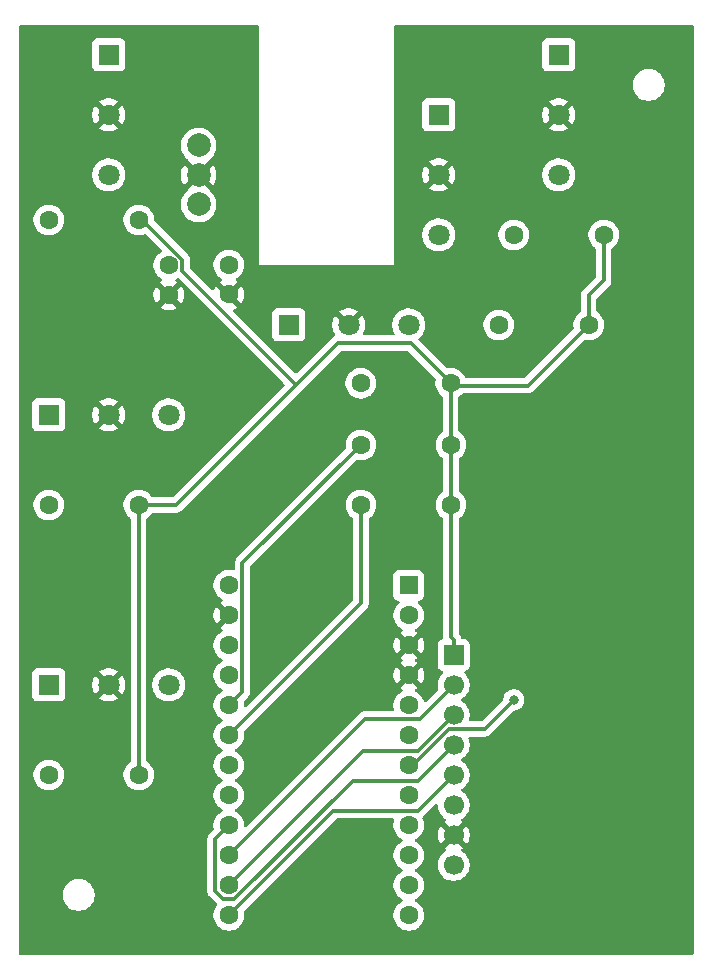
<source format=gbr>
%TF.GenerationSoftware,KiCad,Pcbnew,9.0.1*%
%TF.CreationDate,2026-01-07T21:00:53-05:00*%
%TF.ProjectId,mouse-micro,6d6f7573-652d-46d6-9963-726f2e6b6963,rev?*%
%TF.SameCoordinates,Original*%
%TF.FileFunction,Copper,L2,Bot*%
%TF.FilePolarity,Positive*%
%FSLAX46Y46*%
G04 Gerber Fmt 4.6, Leading zero omitted, Abs format (unit mm)*
G04 Created by KiCad (PCBNEW 9.0.1) date 2026-01-07 21:00:53*
%MOMM*%
%LPD*%
G01*
G04 APERTURE LIST*
%TA.AperFunction,ComponentPad*%
%ADD10C,1.600000*%
%TD*%
%TA.AperFunction,ComponentPad*%
%ADD11C,1.700000*%
%TD*%
%TA.AperFunction,ComponentPad*%
%ADD12R,1.700000X1.700000*%
%TD*%
%TA.AperFunction,ComponentPad*%
%ADD13R,1.600000X1.600000*%
%TD*%
%TA.AperFunction,ComponentPad*%
%ADD14R,1.800000X1.800000*%
%TD*%
%TA.AperFunction,ComponentPad*%
%ADD15C,1.800000*%
%TD*%
%TA.AperFunction,ComponentPad*%
%ADD16C,2.006600*%
%TD*%
%TA.AperFunction,ViaPad*%
%ADD17C,0.800000*%
%TD*%
%TA.AperFunction,Conductor*%
%ADD18C,0.300000*%
%TD*%
G04 APERTURE END LIST*
D10*
%TO.P,C2,1*%
%TO.N,GND*%
X127000000Y-71080000D03*
%TO.P,C2,2*%
%TO.N,Net-(U1-F4)*%
X127000000Y-68580000D03*
%TD*%
D11*
%TO.P,Sensor1,8,RST*%
%TO.N,unconnected-(Sensor1-RST-Pad8)*%
X146050000Y-119380000D03*
%TO.P,Sensor1,7,GND*%
%TO.N,GND*%
X146050000Y-116840000D03*
%TO.P,Sensor1,6,MT*%
%TO.N,unconnected-(Sensor1-MT-Pad6)*%
X146050000Y-114300000D03*
%TO.P,Sensor1,5,SS*%
%TO.N,/SS*%
X146050000Y-111760000D03*
%TO.P,Sensor1,4,SCK*%
%TO.N,/SCK*%
X146050000Y-109220000D03*
%TO.P,Sensor1,3,MOSI*%
%TO.N,/MOSI*%
X146050000Y-106680000D03*
%TO.P,Sensor1,2,MISO*%
%TO.N,/MISO*%
X146050000Y-104140000D03*
D12*
%TO.P,Sensor1,1,VIN*%
%TO.N,/5V Power*%
X146050000Y-101600000D03*
%TD*%
D10*
%TO.P,U1,24,RAW*%
%TO.N,unconnected-(U1-RAW-Pad24)*%
X127000000Y-95706087D03*
%TO.P,U1,23,GND*%
%TO.N,GND*%
X127000000Y-98246087D03*
%TO.P,U1,22,RST*%
%TO.N,unconnected-(U1-RST-Pad22)*%
X127000000Y-100786087D03*
%TO.P,U1,21,VCC*%
%TO.N,/5V Power*%
X127000000Y-103326087D03*
%TO.P,U1,20,F4*%
%TO.N,Net-(U1-F4)*%
X127000000Y-105866087D03*
%TO.P,U1,19,F5*%
%TO.N,Net-(U1-F5)*%
X127000000Y-108406087D03*
%TO.P,U1,18,F6*%
%TO.N,unconnected-(U1-F6-Pad18)*%
X127000000Y-110946087D03*
%TO.P,U1,17,F7*%
%TO.N,unconnected-(U1-F7-Pad17)*%
X127000000Y-113486087D03*
%TO.P,U1,16,B1*%
%TO.N,/SCK*%
X127000000Y-116026087D03*
%TO.P,U1,15,B3*%
%TO.N,/MISO*%
X127000000Y-118566087D03*
%TO.P,U1,14,B2*%
%TO.N,/MOSI*%
X127000000Y-121106087D03*
%TO.P,U1,13,B6*%
%TO.N,/SS*%
X127000000Y-123646087D03*
%TO.P,U1,12,B5*%
%TO.N,/IO 6*%
X142240000Y-123646087D03*
%TO.P,U1,11,B4*%
%TO.N,/IO 5*%
X142240000Y-121106087D03*
%TO.P,U1,10,E6*%
%TO.N,/IO 4*%
X142240000Y-118566087D03*
%TO.P,U1,9,D7*%
%TO.N,/IO 3*%
X142240000Y-116026087D03*
%TO.P,U1,8,C6*%
%TO.N,/IO 2*%
X142240000Y-113486087D03*
%TO.P,U1,7,D4*%
%TO.N,/IO 1*%
X142240000Y-110946087D03*
%TO.P,U1,6,SCL*%
%TO.N,unconnected-(U1-SCL-Pad6)*%
X142240000Y-108406087D03*
%TO.P,U1,5,SDA*%
%TO.N,unconnected-(U1-SDA-Pad5)*%
X142240000Y-105866087D03*
%TO.P,U1,4,GND*%
%TO.N,GND*%
X142240000Y-103326087D03*
%TO.P,U1,3,GND*%
X142240000Y-100786087D03*
%TO.P,U1,2,RX*%
%TO.N,unconnected-(U1-RX-Pad2)*%
X142240000Y-98246087D03*
D13*
%TO.P,U1,1,TX*%
%TO.N,unconnected-(U1-TX-Pad1)*%
X142240000Y-95706087D03*
%TD*%
D14*
%TO.P,SW6,1,1*%
%TO.N,/IO 6*%
X111760000Y-104140000D03*
D15*
%TO.P,SW6,2,2*%
%TO.N,GND*%
X116840000Y-104140000D03*
%TO.P,SW6,3*%
%TO.N,N/C*%
X121920000Y-104140000D03*
%TD*%
D14*
%TO.P,SW3,1,1*%
%TO.N,/IO 3*%
X144780000Y-55880000D03*
D15*
%TO.P,SW3,2,2*%
%TO.N,GND*%
X144780000Y-60960000D03*
%TO.P,SW3,3*%
%TO.N,N/C*%
X144780000Y-66040000D03*
%TD*%
D10*
%TO.P,R8,1*%
%TO.N,Net-(U1-F4)*%
X138190000Y-83820000D03*
%TO.P,R8,2*%
%TO.N,/5V Power*%
X145810000Y-83820000D03*
%TD*%
D14*
%TO.P,SW2,1,1*%
%TO.N,/IO 2*%
X116840000Y-50800000D03*
D15*
%TO.P,SW2,2,2*%
%TO.N,GND*%
X116840000Y-55880000D03*
%TO.P,SW2,3*%
%TO.N,N/C*%
X116840000Y-60960000D03*
%TD*%
D10*
%TO.P,R3,1*%
%TO.N,/5V Power*%
X157480000Y-73660000D03*
%TO.P,R3,2*%
%TO.N,/IO 3*%
X149860000Y-73660000D03*
%TD*%
%TO.P,R4,1*%
%TO.N,/5V Power*%
X145800000Y-78600000D03*
%TO.P,R4,2*%
%TO.N,/IO 4*%
X138180000Y-78600000D03*
%TD*%
D14*
%TO.P,SW5,1,1*%
%TO.N,/IO 5*%
X111760000Y-81280000D03*
D15*
%TO.P,SW5,2,2*%
%TO.N,GND*%
X116840000Y-81280000D03*
%TO.P,SW5,3*%
%TO.N,N/C*%
X121920000Y-81280000D03*
%TD*%
D14*
%TO.P,SW4,1,1*%
%TO.N,/IO 4*%
X132080000Y-73660000D03*
D15*
%TO.P,SW4,2,2*%
%TO.N,GND*%
X137160000Y-73660000D03*
%TO.P,SW4,3*%
%TO.N,N/C*%
X142240000Y-73660000D03*
%TD*%
D16*
%TO.P,J1,1,1*%
%TO.N,Net-(U1-F4)*%
X124460000Y-63460000D03*
%TO.P,J1,2,2*%
%TO.N,GND*%
X124460000Y-60960000D03*
%TO.P,J1,3,3*%
%TO.N,Net-(U1-F5)*%
X124460000Y-58460000D03*
%TD*%
D10*
%TO.P,R6,1*%
%TO.N,/5V Power*%
X119380000Y-111760000D03*
%TO.P,R6,2*%
%TO.N,/IO 6*%
X111760000Y-111760000D03*
%TD*%
D14*
%TO.P,SW1,1,1*%
%TO.N,/IO 1*%
X154940000Y-50800000D03*
D15*
%TO.P,SW1,2,2*%
%TO.N,GND*%
X154940000Y-55880000D03*
%TO.P,SW1,3*%
%TO.N,N/C*%
X154940000Y-60960000D03*
%TD*%
D10*
%TO.P,R5,1*%
%TO.N,/5V Power*%
X119380000Y-88900000D03*
%TO.P,R5,2*%
%TO.N,/IO 5*%
X111760000Y-88900000D03*
%TD*%
%TO.P,R7,1*%
%TO.N,Net-(U1-F5)*%
X138190000Y-88900000D03*
%TO.P,R7,2*%
%TO.N,/5V Power*%
X145810000Y-88900000D03*
%TD*%
%TO.P,R2,1*%
%TO.N,/5V Power*%
X119380000Y-64770000D03*
%TO.P,R2,2*%
%TO.N,/IO 2*%
X111760000Y-64770000D03*
%TD*%
%TO.P,C1,1*%
%TO.N,Net-(U1-F5)*%
X121920000Y-68620000D03*
%TO.P,C1,2*%
%TO.N,GND*%
X121920000Y-71120000D03*
%TD*%
%TO.P,R1,1*%
%TO.N,/5V Power*%
X158750000Y-66040000D03*
%TO.P,R1,2*%
%TO.N,/IO 1*%
X151130000Y-66040000D03*
%TD*%
D17*
%TO.N,/IO 1*%
X151130000Y-105410000D03*
%TD*%
D18*
%TO.N,/IO 1*%
X148659000Y-107881000D02*
X151130000Y-105410000D01*
X145690529Y-107881000D02*
X148659000Y-107881000D01*
X142625442Y-110946087D02*
X145690529Y-107881000D01*
X142240000Y-110946087D02*
X142625442Y-110946087D01*
%TO.N,Net-(U1-F4)*%
X128151000Y-93859000D02*
X138190000Y-83820000D01*
X128151000Y-104715087D02*
X128151000Y-93859000D01*
X127000000Y-105866087D02*
X128151000Y-104715087D01*
%TO.N,Net-(U1-F5)*%
X127000000Y-108406087D02*
X138190000Y-97216087D01*
X138190000Y-97216087D02*
X138190000Y-88900000D01*
%TO.N,/5V Power*%
X119380000Y-110946087D02*
X119380000Y-111760000D01*
%TO.N,/SCK*%
X137481367Y-112252480D02*
X143017520Y-112252480D01*
X127476760Y-122257087D02*
X137481367Y-112252480D01*
X143017520Y-112252480D02*
X146050000Y-109220000D01*
X125849000Y-117177087D02*
X125849000Y-121582847D01*
X125849000Y-121582847D02*
X126523240Y-122257087D01*
X126523240Y-122257087D02*
X127476760Y-122257087D01*
X127000000Y-116026087D02*
X125849000Y-117177087D01*
%TO.N,/MISO*%
X138549000Y-107017087D02*
X143172913Y-107017087D01*
X127000000Y-118566087D02*
X138549000Y-107017087D01*
X143172913Y-107017087D02*
X146050000Y-104140000D01*
%TO.N,/SS*%
X143012529Y-114797471D02*
X146050000Y-111760000D01*
X135848616Y-114797471D02*
X143012529Y-114797471D01*
X127000000Y-123646087D02*
X135848616Y-114797471D01*
%TO.N,/MOSI*%
X138388616Y-109717471D02*
X143012529Y-109717471D01*
X143012529Y-109717471D02*
X146050000Y-106680000D01*
X127000000Y-121106087D02*
X138388616Y-109717471D01*
%TO.N,/5V Power*%
X145810000Y-100090000D02*
X145810000Y-88900000D01*
X146050000Y-100330000D02*
X145810000Y-100090000D01*
X146050000Y-101600000D02*
X146050000Y-100330000D01*
X145800000Y-83810000D02*
X145810000Y-83820000D01*
%TO.N,GND*%
X142872029Y-103326087D02*
X142240000Y-103326087D01*
%TO.N,/5V Power*%
X132714240Y-78740000D02*
X123071000Y-69096760D01*
X142400000Y-75200000D02*
X145800000Y-78600000D01*
X145800000Y-78600000D02*
X146000000Y-78800000D01*
X158750000Y-69850000D02*
X158750000Y-66040000D01*
X157480000Y-71120000D02*
X158750000Y-69850000D01*
X136254240Y-75200000D02*
X142400000Y-75200000D01*
X119380000Y-88900000D02*
X122554240Y-88900000D01*
X119380000Y-111760000D02*
X119380000Y-88900000D01*
X119697760Y-64770000D02*
X119380000Y-64770000D01*
X122554240Y-88900000D02*
X132714240Y-78740000D01*
X157480000Y-73660000D02*
X157480000Y-71120000D01*
X132714240Y-78740000D02*
X136254240Y-75200000D01*
X152340000Y-78800000D02*
X157480000Y-73660000D01*
X123071000Y-69096760D02*
X123071000Y-68143240D01*
X145810000Y-83820000D02*
X145810000Y-88900000D01*
X123071000Y-68143240D02*
X119697760Y-64770000D01*
X145800000Y-78600000D02*
X145800000Y-83810000D01*
X146000000Y-78800000D02*
X152340000Y-78800000D01*
%TD*%
%TA.AperFunction,Conductor*%
%TO.N,GND*%
G36*
X129482539Y-48280185D02*
G01*
X129528294Y-48332989D01*
X129539500Y-48384500D01*
X129539500Y-68580207D01*
X129539793Y-68580500D01*
X140970207Y-68580500D01*
X140970500Y-68580207D01*
X140970500Y-65929778D01*
X143379500Y-65929778D01*
X143379500Y-66150221D01*
X143413985Y-66367952D01*
X143482103Y-66577603D01*
X143482104Y-66577606D01*
X143550122Y-66711096D01*
X143555479Y-66721610D01*
X143582187Y-66774025D01*
X143711752Y-66952358D01*
X143711756Y-66952363D01*
X143867636Y-67108243D01*
X143867641Y-67108247D01*
X144023192Y-67221260D01*
X144045978Y-67237815D01*
X144174375Y-67303237D01*
X144242393Y-67337895D01*
X144242396Y-67337896D01*
X144347221Y-67371955D01*
X144452049Y-67406015D01*
X144669778Y-67440500D01*
X144669779Y-67440500D01*
X144890221Y-67440500D01*
X144890222Y-67440500D01*
X145107951Y-67406015D01*
X145317606Y-67337895D01*
X145514022Y-67237815D01*
X145692365Y-67108242D01*
X145848242Y-66952365D01*
X145977815Y-66774022D01*
X146077895Y-66577606D01*
X146146015Y-66367951D01*
X146180500Y-66150222D01*
X146180500Y-65937648D01*
X149829500Y-65937648D01*
X149829500Y-66142351D01*
X149861522Y-66344534D01*
X149924781Y-66539223D01*
X150017715Y-66721613D01*
X150138028Y-66887213D01*
X150282786Y-67031971D01*
X150428383Y-67137751D01*
X150448390Y-67152287D01*
X150528453Y-67193081D01*
X150630776Y-67245218D01*
X150630778Y-67245218D01*
X150630781Y-67245220D01*
X150735137Y-67279127D01*
X150825465Y-67308477D01*
X150844697Y-67311523D01*
X151027648Y-67340500D01*
X151027649Y-67340500D01*
X151232351Y-67340500D01*
X151232352Y-67340500D01*
X151434534Y-67308477D01*
X151629219Y-67245220D01*
X151811610Y-67152287D01*
X151904590Y-67084732D01*
X151977213Y-67031971D01*
X151977215Y-67031968D01*
X151977219Y-67031966D01*
X152121966Y-66887219D01*
X152121968Y-66887215D01*
X152121971Y-66887213D01*
X152174732Y-66814590D01*
X152242287Y-66721610D01*
X152335220Y-66539219D01*
X152398477Y-66344534D01*
X152430500Y-66142352D01*
X152430500Y-65937648D01*
X152398477Y-65735465D01*
X152335218Y-65540776D01*
X152301503Y-65474607D01*
X152242287Y-65358390D01*
X152204205Y-65305974D01*
X152121971Y-65192786D01*
X151977213Y-65048028D01*
X151811613Y-64927715D01*
X151811612Y-64927714D01*
X151811610Y-64927713D01*
X151754653Y-64898691D01*
X151629223Y-64834781D01*
X151434534Y-64771522D01*
X151248799Y-64742105D01*
X151232352Y-64739500D01*
X151027648Y-64739500D01*
X151011201Y-64742105D01*
X150825465Y-64771522D01*
X150630776Y-64834781D01*
X150448386Y-64927715D01*
X150282786Y-65048028D01*
X150138028Y-65192786D01*
X150017715Y-65358386D01*
X149924781Y-65540776D01*
X149861522Y-65735465D01*
X149829500Y-65937648D01*
X146180500Y-65937648D01*
X146180500Y-65929778D01*
X146146015Y-65712049D01*
X146077895Y-65502394D01*
X146077895Y-65502393D01*
X146043237Y-65434375D01*
X145977815Y-65305978D01*
X145895573Y-65192781D01*
X145848247Y-65127641D01*
X145848243Y-65127636D01*
X145692363Y-64971756D01*
X145692358Y-64971752D01*
X145514025Y-64842187D01*
X145514024Y-64842186D01*
X145514022Y-64842185D01*
X145446517Y-64807789D01*
X145317606Y-64742104D01*
X145317603Y-64742103D01*
X145107952Y-64673985D01*
X144999086Y-64656742D01*
X144890222Y-64639500D01*
X144669778Y-64639500D01*
X144597201Y-64650995D01*
X144452047Y-64673985D01*
X144242396Y-64742103D01*
X144242393Y-64742104D01*
X144045974Y-64842187D01*
X143867641Y-64971752D01*
X143867636Y-64971756D01*
X143711756Y-65127636D01*
X143711752Y-65127641D01*
X143582187Y-65305974D01*
X143482104Y-65502393D01*
X143482103Y-65502396D01*
X143413985Y-65712047D01*
X143379500Y-65929778D01*
X140970500Y-65929778D01*
X140970500Y-60849818D01*
X143380000Y-60849818D01*
X143380000Y-61070181D01*
X143414473Y-61287835D01*
X143482567Y-61497410D01*
X143582611Y-61693756D01*
X143628932Y-61757513D01*
X144215387Y-61171058D01*
X144220889Y-61191591D01*
X144299881Y-61328408D01*
X144411592Y-61440119D01*
X144548409Y-61519111D01*
X144568939Y-61524612D01*
X143982485Y-62111065D01*
X143982485Y-62111066D01*
X144046243Y-62157388D01*
X144242589Y-62257432D01*
X144452164Y-62325526D01*
X144669819Y-62360000D01*
X144890181Y-62360000D01*
X145107835Y-62325526D01*
X145317410Y-62257432D01*
X145513760Y-62157386D01*
X145577513Y-62111066D01*
X145577514Y-62111066D01*
X144991059Y-61524612D01*
X145011591Y-61519111D01*
X145148408Y-61440119D01*
X145260119Y-61328408D01*
X145339111Y-61191591D01*
X145344612Y-61171060D01*
X145931066Y-61757514D01*
X145931066Y-61757513D01*
X145977386Y-61693760D01*
X146077432Y-61497410D01*
X146145526Y-61287835D01*
X146180000Y-61070181D01*
X146180000Y-60849818D01*
X146179994Y-60849778D01*
X153539500Y-60849778D01*
X153539500Y-61070221D01*
X153573985Y-61287952D01*
X153642103Y-61497603D01*
X153642104Y-61497606D01*
X153706517Y-61624021D01*
X153742049Y-61693756D01*
X153742187Y-61694025D01*
X153871752Y-61872358D01*
X153871756Y-61872363D01*
X154027636Y-62028243D01*
X154027641Y-62028247D01*
X154141632Y-62111065D01*
X154205978Y-62157815D01*
X154322487Y-62217180D01*
X154402393Y-62257895D01*
X154402396Y-62257896D01*
X154507221Y-62291955D01*
X154612049Y-62326015D01*
X154829778Y-62360500D01*
X154829779Y-62360500D01*
X155050221Y-62360500D01*
X155050222Y-62360500D01*
X155267951Y-62326015D01*
X155477606Y-62257895D01*
X155674022Y-62157815D01*
X155852365Y-62028242D01*
X156008242Y-61872365D01*
X156137815Y-61694022D01*
X156237895Y-61497606D01*
X156306015Y-61287951D01*
X156340500Y-61070222D01*
X156340500Y-60849778D01*
X156306015Y-60632049D01*
X156257375Y-60482349D01*
X156237896Y-60422396D01*
X156237895Y-60422393D01*
X156203237Y-60354375D01*
X156137815Y-60225978D01*
X156121260Y-60203192D01*
X156008247Y-60047641D01*
X156008243Y-60047636D01*
X155852363Y-59891756D01*
X155852358Y-59891752D01*
X155674025Y-59762187D01*
X155674024Y-59762186D01*
X155674022Y-59762185D01*
X155604438Y-59726730D01*
X155477606Y-59662104D01*
X155477603Y-59662103D01*
X155267952Y-59593985D01*
X155159086Y-59576742D01*
X155050222Y-59559500D01*
X154829778Y-59559500D01*
X154757201Y-59570995D01*
X154612047Y-59593985D01*
X154402396Y-59662103D01*
X154402393Y-59662104D01*
X154205974Y-59762187D01*
X154027641Y-59891752D01*
X154027636Y-59891756D01*
X153871756Y-60047636D01*
X153871752Y-60047641D01*
X153742187Y-60225974D01*
X153642104Y-60422393D01*
X153642103Y-60422396D01*
X153573985Y-60632047D01*
X153539500Y-60849778D01*
X146179994Y-60849778D01*
X146145526Y-60632164D01*
X146077432Y-60422589D01*
X145977388Y-60226243D01*
X145931066Y-60162485D01*
X145931065Y-60162485D01*
X145344612Y-60748939D01*
X145339111Y-60728409D01*
X145260119Y-60591592D01*
X145148408Y-60479881D01*
X145011591Y-60400889D01*
X144991057Y-60395387D01*
X145577513Y-59808932D01*
X145513756Y-59762611D01*
X145317410Y-59662567D01*
X145107835Y-59594473D01*
X144890181Y-59560000D01*
X144669819Y-59560000D01*
X144452164Y-59594473D01*
X144242589Y-59662567D01*
X144046233Y-59762616D01*
X143982485Y-59808931D01*
X143982485Y-59808932D01*
X144568940Y-60395387D01*
X144548409Y-60400889D01*
X144411592Y-60479881D01*
X144299881Y-60591592D01*
X144220889Y-60728409D01*
X144215387Y-60748940D01*
X143628932Y-60162485D01*
X143628931Y-60162485D01*
X143582616Y-60226233D01*
X143482567Y-60422589D01*
X143414473Y-60632164D01*
X143380000Y-60849818D01*
X140970500Y-60849818D01*
X140970500Y-54932135D01*
X143379500Y-54932135D01*
X143379500Y-56827870D01*
X143379501Y-56827876D01*
X143385908Y-56887483D01*
X143436202Y-57022328D01*
X143436206Y-57022335D01*
X143522452Y-57137544D01*
X143522455Y-57137547D01*
X143637664Y-57223793D01*
X143637671Y-57223797D01*
X143772517Y-57274091D01*
X143772516Y-57274091D01*
X143779444Y-57274835D01*
X143832127Y-57280500D01*
X145727872Y-57280499D01*
X145787483Y-57274091D01*
X145922331Y-57223796D01*
X146037546Y-57137546D01*
X146123796Y-57022331D01*
X146174091Y-56887483D01*
X146180500Y-56827873D01*
X146180499Y-55769818D01*
X153540000Y-55769818D01*
X153540000Y-55990181D01*
X153574473Y-56207835D01*
X153642567Y-56417410D01*
X153742611Y-56613756D01*
X153788932Y-56677513D01*
X154375387Y-56091058D01*
X154380889Y-56111591D01*
X154459881Y-56248408D01*
X154571592Y-56360119D01*
X154708409Y-56439111D01*
X154728939Y-56444612D01*
X154142485Y-57031065D01*
X154142485Y-57031066D01*
X154206243Y-57077388D01*
X154402589Y-57177432D01*
X154612164Y-57245526D01*
X154829819Y-57280000D01*
X155050181Y-57280000D01*
X155267835Y-57245526D01*
X155477410Y-57177432D01*
X155673760Y-57077386D01*
X155737513Y-57031066D01*
X155737514Y-57031066D01*
X155151059Y-56444612D01*
X155171591Y-56439111D01*
X155308408Y-56360119D01*
X155420119Y-56248408D01*
X155499111Y-56111591D01*
X155504612Y-56091059D01*
X156091066Y-56677514D01*
X156091066Y-56677513D01*
X156137386Y-56613760D01*
X156237432Y-56417410D01*
X156305526Y-56207835D01*
X156340000Y-55990181D01*
X156340000Y-55769818D01*
X156305526Y-55552164D01*
X156237432Y-55342589D01*
X156137388Y-55146243D01*
X156091066Y-55082485D01*
X156091065Y-55082485D01*
X155504612Y-55668939D01*
X155499111Y-55648409D01*
X155420119Y-55511592D01*
X155308408Y-55399881D01*
X155171591Y-55320889D01*
X155151057Y-55315387D01*
X155737513Y-54728932D01*
X155673756Y-54682611D01*
X155477410Y-54582567D01*
X155267835Y-54514473D01*
X155050181Y-54480000D01*
X154829819Y-54480000D01*
X154612164Y-54514473D01*
X154402589Y-54582567D01*
X154206233Y-54682616D01*
X154142485Y-54728931D01*
X154142485Y-54728932D01*
X154728940Y-55315387D01*
X154708409Y-55320889D01*
X154571592Y-55399881D01*
X154459881Y-55511592D01*
X154380889Y-55648409D01*
X154375387Y-55668940D01*
X153788932Y-55082485D01*
X153788931Y-55082485D01*
X153742616Y-55146233D01*
X153642567Y-55342589D01*
X153574473Y-55552164D01*
X153540000Y-55769818D01*
X146180499Y-55769818D01*
X146180499Y-54932128D01*
X146174091Y-54872517D01*
X146123796Y-54737669D01*
X146123795Y-54737668D01*
X146123793Y-54737664D01*
X146037547Y-54622455D01*
X146037544Y-54622452D01*
X145922335Y-54536206D01*
X145922328Y-54536202D01*
X145787482Y-54485908D01*
X145787483Y-54485908D01*
X145727883Y-54479501D01*
X145727881Y-54479500D01*
X145727873Y-54479500D01*
X145727864Y-54479500D01*
X143832129Y-54479500D01*
X143832123Y-54479501D01*
X143772516Y-54485908D01*
X143637671Y-54536202D01*
X143637664Y-54536206D01*
X143522455Y-54622452D01*
X143522452Y-54622455D01*
X143436206Y-54737664D01*
X143436202Y-54737671D01*
X143385908Y-54872517D01*
X143379501Y-54932116D01*
X143379501Y-54932123D01*
X143379500Y-54932135D01*
X140970500Y-54932135D01*
X140970500Y-53233713D01*
X161209500Y-53233713D01*
X161209500Y-53446286D01*
X161242753Y-53656239D01*
X161308444Y-53858414D01*
X161404951Y-54047820D01*
X161529890Y-54219786D01*
X161680213Y-54370109D01*
X161852179Y-54495048D01*
X161852181Y-54495049D01*
X161852184Y-54495051D01*
X162041588Y-54591557D01*
X162243757Y-54657246D01*
X162453713Y-54690500D01*
X162453714Y-54690500D01*
X162666286Y-54690500D01*
X162666287Y-54690500D01*
X162876243Y-54657246D01*
X163078412Y-54591557D01*
X163267816Y-54495051D01*
X163289789Y-54479086D01*
X163439786Y-54370109D01*
X163439788Y-54370106D01*
X163439792Y-54370104D01*
X163590104Y-54219792D01*
X163590106Y-54219788D01*
X163590109Y-54219786D01*
X163715048Y-54047820D01*
X163715047Y-54047820D01*
X163715051Y-54047816D01*
X163811557Y-53858412D01*
X163877246Y-53656243D01*
X163910500Y-53446287D01*
X163910500Y-53233713D01*
X163877246Y-53023757D01*
X163811557Y-52821588D01*
X163715051Y-52632184D01*
X163715049Y-52632181D01*
X163715048Y-52632179D01*
X163590109Y-52460213D01*
X163439786Y-52309890D01*
X163267820Y-52184951D01*
X163078414Y-52088444D01*
X163078413Y-52088443D01*
X163078412Y-52088443D01*
X162876243Y-52022754D01*
X162876241Y-52022753D01*
X162876240Y-52022753D01*
X162714957Y-51997208D01*
X162666287Y-51989500D01*
X162453713Y-51989500D01*
X162405042Y-51997208D01*
X162243760Y-52022753D01*
X162041585Y-52088444D01*
X161852179Y-52184951D01*
X161680213Y-52309890D01*
X161529890Y-52460213D01*
X161404951Y-52632179D01*
X161308444Y-52821585D01*
X161242753Y-53023760D01*
X161209500Y-53233713D01*
X140970500Y-53233713D01*
X140970500Y-49852135D01*
X153539500Y-49852135D01*
X153539500Y-51747870D01*
X153539501Y-51747876D01*
X153545908Y-51807483D01*
X153596202Y-51942328D01*
X153596206Y-51942335D01*
X153682452Y-52057544D01*
X153682455Y-52057547D01*
X153797664Y-52143793D01*
X153797671Y-52143797D01*
X153932517Y-52194091D01*
X153932516Y-52194091D01*
X153939444Y-52194835D01*
X153992127Y-52200500D01*
X155887872Y-52200499D01*
X155947483Y-52194091D01*
X156082331Y-52143796D01*
X156197546Y-52057546D01*
X156283796Y-51942331D01*
X156334091Y-51807483D01*
X156340500Y-51747873D01*
X156340499Y-49852128D01*
X156334091Y-49792517D01*
X156283796Y-49657669D01*
X156283795Y-49657668D01*
X156283793Y-49657664D01*
X156197547Y-49542455D01*
X156197544Y-49542452D01*
X156082335Y-49456206D01*
X156082328Y-49456202D01*
X155947482Y-49405908D01*
X155947483Y-49405908D01*
X155887883Y-49399501D01*
X155887881Y-49399500D01*
X155887873Y-49399500D01*
X155887864Y-49399500D01*
X153992129Y-49399500D01*
X153992123Y-49399501D01*
X153932516Y-49405908D01*
X153797671Y-49456202D01*
X153797664Y-49456206D01*
X153682455Y-49542452D01*
X153682452Y-49542455D01*
X153596206Y-49657664D01*
X153596202Y-49657671D01*
X153545908Y-49792517D01*
X153539501Y-49852116D01*
X153539501Y-49852123D01*
X153539500Y-49852135D01*
X140970500Y-49852135D01*
X140970500Y-48384500D01*
X140990185Y-48317461D01*
X141042989Y-48271706D01*
X141094500Y-48260500D01*
X166245500Y-48260500D01*
X166312539Y-48280185D01*
X166358294Y-48332989D01*
X166369500Y-48384500D01*
X166369500Y-126875500D01*
X166349815Y-126942539D01*
X166297011Y-126988294D01*
X166245500Y-126999500D01*
X109344500Y-126999500D01*
X109277461Y-126979815D01*
X109231706Y-126927011D01*
X109220500Y-126875500D01*
X109220500Y-121813713D01*
X112949500Y-121813713D01*
X112949500Y-122026286D01*
X112979923Y-122218374D01*
X112982754Y-122236243D01*
X113028192Y-122376087D01*
X113048444Y-122438414D01*
X113144951Y-122627820D01*
X113269890Y-122799786D01*
X113420213Y-122950109D01*
X113592179Y-123075048D01*
X113592181Y-123075049D01*
X113592184Y-123075051D01*
X113781588Y-123171557D01*
X113983757Y-123237246D01*
X114193713Y-123270500D01*
X114193714Y-123270500D01*
X114406286Y-123270500D01*
X114406287Y-123270500D01*
X114616243Y-123237246D01*
X114818412Y-123171557D01*
X115007816Y-123075051D01*
X115029789Y-123059086D01*
X115179786Y-122950109D01*
X115179788Y-122950106D01*
X115179792Y-122950104D01*
X115330104Y-122799792D01*
X115330106Y-122799788D01*
X115330109Y-122799786D01*
X115455048Y-122627820D01*
X115455047Y-122627820D01*
X115455051Y-122627816D01*
X115551557Y-122438412D01*
X115617246Y-122236243D01*
X115650500Y-122026287D01*
X115650500Y-121813713D01*
X115617246Y-121603757D01*
X115551557Y-121401588D01*
X115455051Y-121212184D01*
X115455049Y-121212181D01*
X115455048Y-121212179D01*
X115330109Y-121040213D01*
X115179786Y-120889890D01*
X115007820Y-120764951D01*
X114818414Y-120668444D01*
X114818413Y-120668443D01*
X114818412Y-120668443D01*
X114616243Y-120602754D01*
X114616241Y-120602753D01*
X114616240Y-120602753D01*
X114454957Y-120577208D01*
X114406287Y-120569500D01*
X114193713Y-120569500D01*
X114145042Y-120577208D01*
X113983760Y-120602753D01*
X113781585Y-120668444D01*
X113592179Y-120764951D01*
X113420213Y-120889890D01*
X113269890Y-121040213D01*
X113144951Y-121212179D01*
X113048444Y-121401585D01*
X112982753Y-121603760D01*
X112949500Y-121813713D01*
X109220500Y-121813713D01*
X109220500Y-111657648D01*
X110459500Y-111657648D01*
X110459500Y-111862351D01*
X110491522Y-112064534D01*
X110554781Y-112259223D01*
X110647715Y-112441613D01*
X110768028Y-112607213D01*
X110912786Y-112751971D01*
X111067749Y-112864556D01*
X111078390Y-112872287D01*
X111194607Y-112931503D01*
X111260776Y-112965218D01*
X111260778Y-112965218D01*
X111260781Y-112965220D01*
X111327407Y-112986868D01*
X111455465Y-113028477D01*
X111556557Y-113044488D01*
X111657648Y-113060500D01*
X111657649Y-113060500D01*
X111862351Y-113060500D01*
X111862352Y-113060500D01*
X112064534Y-113028477D01*
X112259219Y-112965220D01*
X112441610Y-112872287D01*
X112577946Y-112773234D01*
X112607213Y-112751971D01*
X112607215Y-112751968D01*
X112607219Y-112751966D01*
X112751966Y-112607219D01*
X112751968Y-112607215D01*
X112751971Y-112607213D01*
X112804732Y-112534590D01*
X112872287Y-112441610D01*
X112965220Y-112259219D01*
X113028477Y-112064534D01*
X113060500Y-111862352D01*
X113060500Y-111657648D01*
X113028477Y-111455466D01*
X113024673Y-111443760D01*
X112965218Y-111260776D01*
X112931503Y-111194607D01*
X112872287Y-111078390D01*
X112864556Y-111067749D01*
X112751971Y-110912786D01*
X112607213Y-110768028D01*
X112441613Y-110647715D01*
X112441612Y-110647714D01*
X112441610Y-110647713D01*
X112357681Y-110604949D01*
X112259223Y-110554781D01*
X112064534Y-110491522D01*
X111889995Y-110463878D01*
X111862352Y-110459500D01*
X111657648Y-110459500D01*
X111633329Y-110463351D01*
X111455465Y-110491522D01*
X111260776Y-110554781D01*
X111078386Y-110647715D01*
X110912786Y-110768028D01*
X110768028Y-110912786D01*
X110647715Y-111078386D01*
X110554781Y-111260776D01*
X110491522Y-111455465D01*
X110459500Y-111657648D01*
X109220500Y-111657648D01*
X109220500Y-103192135D01*
X110359500Y-103192135D01*
X110359500Y-105087870D01*
X110359501Y-105087876D01*
X110365908Y-105147483D01*
X110416202Y-105282328D01*
X110416206Y-105282335D01*
X110502452Y-105397544D01*
X110502455Y-105397547D01*
X110617664Y-105483793D01*
X110617671Y-105483797D01*
X110752517Y-105534091D01*
X110752516Y-105534091D01*
X110759444Y-105534835D01*
X110812127Y-105540500D01*
X112707872Y-105540499D01*
X112767483Y-105534091D01*
X112902331Y-105483796D01*
X113017546Y-105397546D01*
X113103796Y-105282331D01*
X113131429Y-105208243D01*
X113134327Y-105200474D01*
X113154091Y-105147482D01*
X113155997Y-105129756D01*
X113160500Y-105087873D01*
X113160499Y-104029818D01*
X115440000Y-104029818D01*
X115440000Y-104250181D01*
X115474473Y-104467835D01*
X115542567Y-104677410D01*
X115642611Y-104873756D01*
X115688932Y-104937513D01*
X116275387Y-104351058D01*
X116280889Y-104371591D01*
X116359881Y-104508408D01*
X116471592Y-104620119D01*
X116608409Y-104699111D01*
X116628939Y-104704612D01*
X116042485Y-105291065D01*
X116042485Y-105291066D01*
X116106243Y-105337388D01*
X116302589Y-105437432D01*
X116512164Y-105505526D01*
X116729819Y-105540000D01*
X116950181Y-105540000D01*
X117167835Y-105505526D01*
X117377410Y-105437432D01*
X117573760Y-105337386D01*
X117637513Y-105291066D01*
X117637514Y-105291066D01*
X117051059Y-104704612D01*
X117071591Y-104699111D01*
X117208408Y-104620119D01*
X117320119Y-104508408D01*
X117399111Y-104371591D01*
X117404612Y-104351059D01*
X117991066Y-104937514D01*
X117991066Y-104937513D01*
X118037386Y-104873760D01*
X118137432Y-104677410D01*
X118205526Y-104467835D01*
X118240000Y-104250181D01*
X118240000Y-104029818D01*
X118205526Y-103812164D01*
X118137432Y-103602589D01*
X118037388Y-103406243D01*
X117991066Y-103342485D01*
X117991065Y-103342485D01*
X117404612Y-103928939D01*
X117399111Y-103908409D01*
X117320119Y-103771592D01*
X117208408Y-103659881D01*
X117071591Y-103580889D01*
X117051057Y-103575387D01*
X117637513Y-102988932D01*
X117573756Y-102942611D01*
X117377410Y-102842567D01*
X117167835Y-102774473D01*
X116950181Y-102740000D01*
X116729819Y-102740000D01*
X116512164Y-102774473D01*
X116302589Y-102842567D01*
X116106233Y-102942616D01*
X116042485Y-102988931D01*
X116042485Y-102988932D01*
X116628940Y-103575387D01*
X116608409Y-103580889D01*
X116471592Y-103659881D01*
X116359881Y-103771592D01*
X116280889Y-103908409D01*
X116275387Y-103928940D01*
X115688932Y-103342485D01*
X115688931Y-103342485D01*
X115642616Y-103406233D01*
X115542567Y-103602589D01*
X115474473Y-103812164D01*
X115440000Y-104029818D01*
X113160499Y-104029818D01*
X113160499Y-103192128D01*
X113154091Y-103132517D01*
X113148832Y-103118418D01*
X113134326Y-103079524D01*
X113103797Y-102997671D01*
X113103793Y-102997664D01*
X113017547Y-102882455D01*
X113017544Y-102882452D01*
X112902335Y-102796206D01*
X112902328Y-102796202D01*
X112767482Y-102745908D01*
X112767483Y-102745908D01*
X112707883Y-102739501D01*
X112707881Y-102739500D01*
X112707873Y-102739500D01*
X112707864Y-102739500D01*
X110812129Y-102739500D01*
X110812123Y-102739501D01*
X110752516Y-102745908D01*
X110617671Y-102796202D01*
X110617664Y-102796206D01*
X110502455Y-102882452D01*
X110502452Y-102882455D01*
X110416206Y-102997664D01*
X110416202Y-102997671D01*
X110365908Y-103132517D01*
X110359501Y-103192116D01*
X110359501Y-103192123D01*
X110359500Y-103192135D01*
X109220500Y-103192135D01*
X109220500Y-88797648D01*
X110459500Y-88797648D01*
X110459500Y-89002351D01*
X110491522Y-89204534D01*
X110554781Y-89399223D01*
X110647715Y-89581613D01*
X110768028Y-89747213D01*
X110912786Y-89891971D01*
X111058383Y-89997751D01*
X111078390Y-90012287D01*
X111158453Y-90053081D01*
X111260776Y-90105218D01*
X111260778Y-90105218D01*
X111260781Y-90105220D01*
X111365137Y-90139127D01*
X111455465Y-90168477D01*
X111556557Y-90184488D01*
X111657648Y-90200500D01*
X111657649Y-90200500D01*
X111862351Y-90200500D01*
X111862352Y-90200500D01*
X112064534Y-90168477D01*
X112259219Y-90105220D01*
X112441610Y-90012287D01*
X112534590Y-89944732D01*
X112607213Y-89891971D01*
X112607215Y-89891968D01*
X112607219Y-89891966D01*
X112751966Y-89747219D01*
X112751968Y-89747215D01*
X112751971Y-89747213D01*
X112804732Y-89674590D01*
X112872287Y-89581610D01*
X112965220Y-89399219D01*
X113028477Y-89204534D01*
X113060500Y-89002352D01*
X113060500Y-88797648D01*
X113028477Y-88595466D01*
X112965220Y-88400781D01*
X112965218Y-88400778D01*
X112965218Y-88400776D01*
X112886694Y-88246666D01*
X112872287Y-88218390D01*
X112857753Y-88198385D01*
X112751971Y-88052786D01*
X112607213Y-87908028D01*
X112441613Y-87787715D01*
X112441612Y-87787714D01*
X112441610Y-87787713D01*
X112361542Y-87746916D01*
X112259223Y-87694781D01*
X112064534Y-87631522D01*
X111889995Y-87603878D01*
X111862352Y-87599500D01*
X111657648Y-87599500D01*
X111633329Y-87603351D01*
X111455465Y-87631522D01*
X111260776Y-87694781D01*
X111078386Y-87787715D01*
X110912786Y-87908028D01*
X110768028Y-88052786D01*
X110647715Y-88218386D01*
X110554781Y-88400776D01*
X110491522Y-88595465D01*
X110459500Y-88797648D01*
X109220500Y-88797648D01*
X109220500Y-80332135D01*
X110359500Y-80332135D01*
X110359500Y-82227870D01*
X110359501Y-82227876D01*
X110365908Y-82287483D01*
X110416202Y-82422328D01*
X110416206Y-82422335D01*
X110502452Y-82537544D01*
X110502455Y-82537547D01*
X110617664Y-82623793D01*
X110617671Y-82623797D01*
X110752517Y-82674091D01*
X110752516Y-82674091D01*
X110759444Y-82674835D01*
X110812127Y-82680500D01*
X112707872Y-82680499D01*
X112767483Y-82674091D01*
X112902331Y-82623796D01*
X113017546Y-82537546D01*
X113103796Y-82422331D01*
X113131429Y-82348243D01*
X113134327Y-82340474D01*
X113154091Y-82287482D01*
X113160500Y-82227873D01*
X113160499Y-81169818D01*
X115440000Y-81169818D01*
X115440000Y-81390181D01*
X115474473Y-81607835D01*
X115542567Y-81817410D01*
X115642611Y-82013756D01*
X115688932Y-82077513D01*
X116275387Y-81491058D01*
X116280889Y-81511591D01*
X116359881Y-81648408D01*
X116471592Y-81760119D01*
X116608409Y-81839111D01*
X116628939Y-81844612D01*
X116042485Y-82431065D01*
X116042485Y-82431066D01*
X116106243Y-82477388D01*
X116302589Y-82577432D01*
X116512164Y-82645526D01*
X116729819Y-82680000D01*
X116950181Y-82680000D01*
X117167835Y-82645526D01*
X117377410Y-82577432D01*
X117573760Y-82477386D01*
X117637513Y-82431066D01*
X117637514Y-82431066D01*
X117051059Y-81844612D01*
X117071591Y-81839111D01*
X117208408Y-81760119D01*
X117320119Y-81648408D01*
X117399111Y-81511591D01*
X117404612Y-81491059D01*
X117991066Y-82077514D01*
X117991066Y-82077513D01*
X118037386Y-82013760D01*
X118137432Y-81817410D01*
X118205526Y-81607835D01*
X118240000Y-81390181D01*
X118240000Y-81169818D01*
X118239994Y-81169778D01*
X120519500Y-81169778D01*
X120519500Y-81390221D01*
X120553985Y-81607952D01*
X120622103Y-81817603D01*
X120622104Y-81817606D01*
X120690122Y-81951096D01*
X120722049Y-82013756D01*
X120722187Y-82014025D01*
X120851752Y-82192358D01*
X120851756Y-82192363D01*
X121007636Y-82348243D01*
X121007641Y-82348247D01*
X121109606Y-82422328D01*
X121185978Y-82477815D01*
X121314375Y-82543237D01*
X121382393Y-82577895D01*
X121382396Y-82577896D01*
X121487221Y-82611955D01*
X121592049Y-82646015D01*
X121809778Y-82680500D01*
X121809779Y-82680500D01*
X122030221Y-82680500D01*
X122030222Y-82680500D01*
X122247951Y-82646015D01*
X122457606Y-82577895D01*
X122654022Y-82477815D01*
X122832365Y-82348242D01*
X122988242Y-82192365D01*
X123117815Y-82014022D01*
X123217895Y-81817606D01*
X123286015Y-81607951D01*
X123320500Y-81390222D01*
X123320500Y-81169778D01*
X123286015Y-80952049D01*
X123251955Y-80847221D01*
X123217896Y-80742396D01*
X123217895Y-80742393D01*
X123183237Y-80674375D01*
X123117815Y-80545978D01*
X123071685Y-80482485D01*
X122988247Y-80367641D01*
X122988243Y-80367636D01*
X122832363Y-80211756D01*
X122832358Y-80211752D01*
X122654025Y-80082187D01*
X122654024Y-80082186D01*
X122654022Y-80082185D01*
X122536791Y-80022452D01*
X122457606Y-79982104D01*
X122457603Y-79982103D01*
X122247952Y-79913985D01*
X122139086Y-79896742D01*
X122030222Y-79879500D01*
X121809778Y-79879500D01*
X121737201Y-79890995D01*
X121592047Y-79913985D01*
X121382396Y-79982103D01*
X121382393Y-79982104D01*
X121185974Y-80082187D01*
X121007641Y-80211752D01*
X121007636Y-80211756D01*
X120851756Y-80367636D01*
X120851752Y-80367641D01*
X120722187Y-80545974D01*
X120622104Y-80742393D01*
X120622103Y-80742396D01*
X120553985Y-80952047D01*
X120519500Y-81169778D01*
X118239994Y-81169778D01*
X118205526Y-80952164D01*
X118137432Y-80742589D01*
X118037388Y-80546243D01*
X117991066Y-80482485D01*
X117991065Y-80482485D01*
X117404612Y-81068939D01*
X117399111Y-81048409D01*
X117320119Y-80911592D01*
X117208408Y-80799881D01*
X117071591Y-80720889D01*
X117051057Y-80715387D01*
X117637513Y-80128932D01*
X117573756Y-80082611D01*
X117377410Y-79982567D01*
X117167835Y-79914473D01*
X116950181Y-79880000D01*
X116729819Y-79880000D01*
X116512164Y-79914473D01*
X116302589Y-79982567D01*
X116106233Y-80082616D01*
X116042485Y-80128931D01*
X116042485Y-80128932D01*
X116628940Y-80715387D01*
X116608409Y-80720889D01*
X116471592Y-80799881D01*
X116359881Y-80911592D01*
X116280889Y-81048409D01*
X116275387Y-81068940D01*
X115688932Y-80482485D01*
X115688931Y-80482485D01*
X115642616Y-80546233D01*
X115542567Y-80742589D01*
X115474473Y-80952164D01*
X115440000Y-81169818D01*
X113160499Y-81169818D01*
X113160499Y-80332128D01*
X113154091Y-80272517D01*
X113103796Y-80137669D01*
X113103795Y-80137668D01*
X113103793Y-80137664D01*
X113017547Y-80022455D01*
X113017544Y-80022452D01*
X112902335Y-79936206D01*
X112902328Y-79936202D01*
X112767482Y-79885908D01*
X112767483Y-79885908D01*
X112707883Y-79879501D01*
X112707881Y-79879500D01*
X112707873Y-79879500D01*
X112707864Y-79879500D01*
X110812129Y-79879500D01*
X110812123Y-79879501D01*
X110752516Y-79885908D01*
X110617671Y-79936202D01*
X110617664Y-79936206D01*
X110502455Y-80022452D01*
X110502452Y-80022455D01*
X110416206Y-80137664D01*
X110416202Y-80137671D01*
X110365908Y-80272517D01*
X110359501Y-80332116D01*
X110359501Y-80332123D01*
X110359500Y-80332135D01*
X109220500Y-80332135D01*
X109220500Y-64667648D01*
X110459500Y-64667648D01*
X110459500Y-64872351D01*
X110491522Y-65074534D01*
X110554781Y-65269223D01*
X110647715Y-65451613D01*
X110768028Y-65617213D01*
X110912786Y-65761971D01*
X111067749Y-65874556D01*
X111078390Y-65882287D01*
X111187042Y-65937648D01*
X111260776Y-65975218D01*
X111260778Y-65975218D01*
X111260781Y-65975220D01*
X111337843Y-66000259D01*
X111455465Y-66038477D01*
X111556557Y-66054488D01*
X111657648Y-66070500D01*
X111657649Y-66070500D01*
X111862351Y-66070500D01*
X111862352Y-66070500D01*
X112064534Y-66038477D01*
X112259219Y-65975220D01*
X112441610Y-65882287D01*
X112534590Y-65814732D01*
X112607213Y-65761971D01*
X112607215Y-65761968D01*
X112607219Y-65761966D01*
X112751966Y-65617219D01*
X112751968Y-65617215D01*
X112751971Y-65617213D01*
X112835389Y-65502396D01*
X112872287Y-65451610D01*
X112965220Y-65269219D01*
X113028477Y-65074534D01*
X113060500Y-64872352D01*
X113060500Y-64667648D01*
X118079500Y-64667648D01*
X118079500Y-64872351D01*
X118111522Y-65074534D01*
X118174781Y-65269223D01*
X118267715Y-65451613D01*
X118388028Y-65617213D01*
X118532786Y-65761971D01*
X118687749Y-65874556D01*
X118698390Y-65882287D01*
X118807042Y-65937648D01*
X118880776Y-65975218D01*
X118880778Y-65975218D01*
X118880781Y-65975220D01*
X118957843Y-66000259D01*
X119075465Y-66038477D01*
X119176557Y-66054488D01*
X119277648Y-66070500D01*
X119277649Y-66070500D01*
X119482351Y-66070500D01*
X119482352Y-66070500D01*
X119684534Y-66038477D01*
X119879219Y-65975220D01*
X119879222Y-65975218D01*
X119883852Y-65973714D01*
X119884476Y-65975636D01*
X119945453Y-65969033D01*
X120007956Y-66000259D01*
X120011213Y-66003399D01*
X121301299Y-67293485D01*
X121334784Y-67354808D01*
X121329800Y-67424500D01*
X121287928Y-67480433D01*
X121269914Y-67491650D01*
X121238388Y-67507713D01*
X121072786Y-67628028D01*
X120928028Y-67772786D01*
X120807715Y-67938386D01*
X120714781Y-68120776D01*
X120651522Y-68315465D01*
X120619500Y-68517648D01*
X120619500Y-68722351D01*
X120651522Y-68924534D01*
X120714781Y-69119223D01*
X120778691Y-69244653D01*
X120787333Y-69261613D01*
X120807715Y-69301613D01*
X120928028Y-69467213D01*
X121072786Y-69611971D01*
X121238385Y-69732284D01*
X121238387Y-69732285D01*
X121238390Y-69732287D01*
X121292378Y-69759795D01*
X121343174Y-69807769D01*
X121359969Y-69875590D01*
X121337432Y-69941725D01*
X121292378Y-69980765D01*
X121238644Y-70008143D01*
X121194077Y-70040523D01*
X121194077Y-70040524D01*
X121873554Y-70720000D01*
X121867339Y-70720000D01*
X121765606Y-70747259D01*
X121674394Y-70799920D01*
X121599920Y-70874394D01*
X121547259Y-70965606D01*
X121520000Y-71067339D01*
X121520000Y-71073553D01*
X120840524Y-70394077D01*
X120840523Y-70394077D01*
X120808143Y-70438644D01*
X120715244Y-70620968D01*
X120652009Y-70815582D01*
X120620000Y-71017682D01*
X120620000Y-71222317D01*
X120652009Y-71424417D01*
X120715244Y-71619031D01*
X120808141Y-71801350D01*
X120808147Y-71801359D01*
X120840523Y-71845921D01*
X120840524Y-71845922D01*
X121520000Y-71166446D01*
X121520000Y-71172661D01*
X121547259Y-71274394D01*
X121599920Y-71365606D01*
X121674394Y-71440080D01*
X121765606Y-71492741D01*
X121867339Y-71520000D01*
X121873553Y-71520000D01*
X121194076Y-72199474D01*
X121238650Y-72231859D01*
X121420968Y-72324755D01*
X121615582Y-72387990D01*
X121817683Y-72420000D01*
X122022317Y-72420000D01*
X122224417Y-72387990D01*
X122419031Y-72324755D01*
X122601349Y-72231859D01*
X122645921Y-72199474D01*
X121966447Y-71520000D01*
X121972661Y-71520000D01*
X122074394Y-71492741D01*
X122165606Y-71440080D01*
X122240080Y-71365606D01*
X122292741Y-71274394D01*
X122320000Y-71172661D01*
X122320000Y-71166448D01*
X122999474Y-71845922D01*
X122999474Y-71845921D01*
X123031859Y-71801349D01*
X123124755Y-71619031D01*
X123187990Y-71424417D01*
X123220000Y-71222317D01*
X123220000Y-71017682D01*
X123187990Y-70815582D01*
X123124755Y-70620968D01*
X123031859Y-70438650D01*
X122999474Y-70394077D01*
X122999474Y-70394076D01*
X122320000Y-71073551D01*
X122320000Y-71067339D01*
X122292741Y-70965606D01*
X122240080Y-70874394D01*
X122165606Y-70799920D01*
X122074394Y-70747259D01*
X121972661Y-70720000D01*
X121966446Y-70720000D01*
X122645922Y-70040524D01*
X122645921Y-70040523D01*
X122601359Y-70008147D01*
X122601350Y-70008141D01*
X122547621Y-69980765D01*
X122540870Y-69974389D01*
X122532094Y-69971362D01*
X122515876Y-69950783D01*
X122496825Y-69932791D01*
X122494593Y-69923778D01*
X122488846Y-69916486D01*
X122486327Y-69890401D01*
X122480030Y-69864970D01*
X122483024Y-69856183D01*
X122482132Y-69846940D01*
X122494115Y-69823636D01*
X122502567Y-69798835D01*
X122510686Y-69791410D01*
X122514084Y-69784804D01*
X122534830Y-69769333D01*
X122541804Y-69762957D01*
X122544654Y-69761307D01*
X122601610Y-69732287D01*
X122628281Y-69712909D01*
X122633837Y-69709694D01*
X122661781Y-69702883D01*
X122688865Y-69693219D01*
X122695300Y-69694715D01*
X122701720Y-69693151D01*
X122728905Y-69702528D01*
X122756920Y-69709042D01*
X122764513Y-69714811D01*
X122767771Y-69715935D01*
X122770425Y-69719303D01*
X122783630Y-69729336D01*
X131706613Y-78652319D01*
X131740098Y-78713642D01*
X131735114Y-78783334D01*
X131706613Y-78827681D01*
X122321113Y-88213181D01*
X122259790Y-88246666D01*
X122233432Y-88249500D01*
X120578071Y-88249500D01*
X120511032Y-88229815D01*
X120477754Y-88198386D01*
X120371966Y-88052781D01*
X120227219Y-87908034D01*
X120227213Y-87908028D01*
X120061613Y-87787715D01*
X120061612Y-87787714D01*
X120061610Y-87787713D01*
X119981542Y-87746916D01*
X119879223Y-87694781D01*
X119684534Y-87631522D01*
X119509995Y-87603878D01*
X119482352Y-87599500D01*
X119277648Y-87599500D01*
X119253329Y-87603351D01*
X119075465Y-87631522D01*
X118880776Y-87694781D01*
X118698386Y-87787715D01*
X118532786Y-87908028D01*
X118388028Y-88052786D01*
X118267715Y-88218386D01*
X118174781Y-88400776D01*
X118111522Y-88595465D01*
X118079500Y-88797648D01*
X118079500Y-89002351D01*
X118111522Y-89204534D01*
X118174781Y-89399223D01*
X118267715Y-89581613D01*
X118388028Y-89747213D01*
X118532784Y-89891969D01*
X118601863Y-89942157D01*
X118678385Y-89997753D01*
X118721051Y-90053081D01*
X118729500Y-90098070D01*
X118729500Y-110561928D01*
X118709815Y-110628967D01*
X118678385Y-110662246D01*
X118532787Y-110768028D01*
X118532782Y-110768032D01*
X118388028Y-110912786D01*
X118267715Y-111078386D01*
X118174781Y-111260776D01*
X118111522Y-111455465D01*
X118079500Y-111657648D01*
X118079500Y-111862351D01*
X118111522Y-112064534D01*
X118174781Y-112259223D01*
X118267715Y-112441613D01*
X118388028Y-112607213D01*
X118532786Y-112751971D01*
X118687749Y-112864556D01*
X118698390Y-112872287D01*
X118814607Y-112931503D01*
X118880776Y-112965218D01*
X118880778Y-112965218D01*
X118880781Y-112965220D01*
X118947407Y-112986868D01*
X119075465Y-113028477D01*
X119176557Y-113044488D01*
X119277648Y-113060500D01*
X119277649Y-113060500D01*
X119482351Y-113060500D01*
X119482352Y-113060500D01*
X119684534Y-113028477D01*
X119879219Y-112965220D01*
X120061610Y-112872287D01*
X120197946Y-112773234D01*
X120227213Y-112751971D01*
X120227215Y-112751968D01*
X120227219Y-112751966D01*
X120371966Y-112607219D01*
X120371968Y-112607215D01*
X120371971Y-112607213D01*
X120424732Y-112534590D01*
X120492287Y-112441610D01*
X120585220Y-112259219D01*
X120648477Y-112064534D01*
X120680500Y-111862352D01*
X120680500Y-111657648D01*
X120648477Y-111455466D01*
X120644673Y-111443760D01*
X120585218Y-111260776D01*
X120551503Y-111194607D01*
X120492287Y-111078390D01*
X120484556Y-111067749D01*
X120371971Y-110912786D01*
X120227217Y-110768032D01*
X120227212Y-110768028D01*
X120081615Y-110662246D01*
X120038949Y-110606916D01*
X120030500Y-110561928D01*
X120030500Y-104029778D01*
X120519500Y-104029778D01*
X120519500Y-104250221D01*
X120553985Y-104467952D01*
X120622103Y-104677603D01*
X120622104Y-104677606D01*
X120660928Y-104753800D01*
X120722049Y-104873756D01*
X120722187Y-104874025D01*
X120851752Y-105052358D01*
X120851756Y-105052363D01*
X121007636Y-105208243D01*
X121007641Y-105208247D01*
X121109606Y-105282328D01*
X121185978Y-105337815D01*
X121314375Y-105403237D01*
X121382393Y-105437895D01*
X121382396Y-105437896D01*
X121487221Y-105471955D01*
X121592049Y-105506015D01*
X121809778Y-105540500D01*
X121809779Y-105540500D01*
X122030221Y-105540500D01*
X122030222Y-105540500D01*
X122247951Y-105506015D01*
X122457606Y-105437895D01*
X122654022Y-105337815D01*
X122832365Y-105208242D01*
X122988242Y-105052365D01*
X123117815Y-104874022D01*
X123217895Y-104677606D01*
X123286015Y-104467951D01*
X123320500Y-104250222D01*
X123320500Y-104029778D01*
X123286015Y-103812049D01*
X123237845Y-103663795D01*
X123217896Y-103602396D01*
X123217895Y-103602393D01*
X123183237Y-103534375D01*
X123117815Y-103405978D01*
X123059772Y-103326088D01*
X122988247Y-103227641D01*
X122988243Y-103227636D01*
X122832363Y-103071756D01*
X122832358Y-103071752D01*
X122654025Y-102942187D01*
X122654024Y-102942186D01*
X122654022Y-102942185D01*
X122591096Y-102910122D01*
X122457606Y-102842104D01*
X122457603Y-102842103D01*
X122247952Y-102773985D01*
X122139086Y-102756742D01*
X122030222Y-102739500D01*
X121809778Y-102739500D01*
X121737201Y-102750995D01*
X121592047Y-102773985D01*
X121382396Y-102842103D01*
X121382393Y-102842104D01*
X121185974Y-102942187D01*
X121007641Y-103071752D01*
X121007636Y-103071756D01*
X120851756Y-103227636D01*
X120851752Y-103227641D01*
X120722187Y-103405974D01*
X120622104Y-103602393D01*
X120622103Y-103602396D01*
X120553985Y-103812047D01*
X120519500Y-104029778D01*
X120030500Y-104029778D01*
X120030500Y-90098070D01*
X120050185Y-90031031D01*
X120081613Y-89997753D01*
X120227219Y-89891966D01*
X120371966Y-89747219D01*
X120477753Y-89601613D01*
X120533082Y-89558949D01*
X120578071Y-89550500D01*
X122618311Y-89550500D01*
X122702855Y-89533682D01*
X122743984Y-89525501D01*
X122862367Y-89476465D01*
X122865076Y-89474654D01*
X122866012Y-89474030D01*
X122901231Y-89450497D01*
X122968909Y-89405277D01*
X133219517Y-79154669D01*
X133876538Y-78497648D01*
X136879500Y-78497648D01*
X136879500Y-78702351D01*
X136911522Y-78904534D01*
X136974781Y-79099223D01*
X137067715Y-79281613D01*
X137188028Y-79447213D01*
X137332786Y-79591971D01*
X137478383Y-79697751D01*
X137498390Y-79712287D01*
X137578453Y-79753081D01*
X137680776Y-79805218D01*
X137680778Y-79805218D01*
X137680781Y-79805220D01*
X137785137Y-79839127D01*
X137875465Y-79868477D01*
X137948218Y-79880000D01*
X138077648Y-79900500D01*
X138077649Y-79900500D01*
X138282351Y-79900500D01*
X138282352Y-79900500D01*
X138484534Y-79868477D01*
X138679219Y-79805220D01*
X138861610Y-79712287D01*
X138954590Y-79644732D01*
X139027213Y-79591971D01*
X139027215Y-79591968D01*
X139027219Y-79591966D01*
X139171966Y-79447219D01*
X139171968Y-79447215D01*
X139171971Y-79447213D01*
X139231337Y-79365501D01*
X139292287Y-79281610D01*
X139385220Y-79099219D01*
X139448477Y-78904534D01*
X139480500Y-78702352D01*
X139480500Y-78497648D01*
X139448477Y-78295466D01*
X139385220Y-78100781D01*
X139385218Y-78100778D01*
X139385218Y-78100776D01*
X139351503Y-78034607D01*
X139292287Y-77918390D01*
X139284556Y-77907749D01*
X139171971Y-77752786D01*
X139027213Y-77608028D01*
X138861613Y-77487715D01*
X138861612Y-77487714D01*
X138861610Y-77487713D01*
X138804653Y-77458691D01*
X138679223Y-77394781D01*
X138484534Y-77331522D01*
X138309995Y-77303878D01*
X138282352Y-77299500D01*
X138077648Y-77299500D01*
X138053329Y-77303351D01*
X137875465Y-77331522D01*
X137680776Y-77394781D01*
X137498386Y-77487715D01*
X137332786Y-77608028D01*
X137188028Y-77752786D01*
X137067715Y-77918386D01*
X136974781Y-78100776D01*
X136911522Y-78295465D01*
X136879500Y-78497648D01*
X133876538Y-78497648D01*
X136487367Y-75886819D01*
X136548690Y-75853334D01*
X136575048Y-75850500D01*
X142079192Y-75850500D01*
X142146231Y-75870185D01*
X142166873Y-75886819D01*
X144492862Y-78212808D01*
X144526347Y-78274131D01*
X144527654Y-78319886D01*
X144499500Y-78497647D01*
X144499500Y-78702351D01*
X144531522Y-78904534D01*
X144594781Y-79099223D01*
X144687715Y-79281613D01*
X144808028Y-79447213D01*
X144952784Y-79591969D01*
X145021863Y-79642157D01*
X145098385Y-79697753D01*
X145141051Y-79753081D01*
X145149500Y-79798070D01*
X145149500Y-82629194D01*
X145129815Y-82696233D01*
X145098385Y-82729512D01*
X144962786Y-82828028D01*
X144818028Y-82972786D01*
X144697715Y-83138386D01*
X144604781Y-83320776D01*
X144541522Y-83515465D01*
X144509500Y-83717648D01*
X144509500Y-83922351D01*
X144541522Y-84124534D01*
X144604781Y-84319223D01*
X144697715Y-84501613D01*
X144818028Y-84667213D01*
X144962784Y-84811969D01*
X145031863Y-84862157D01*
X145108385Y-84917753D01*
X145151051Y-84973081D01*
X145159500Y-85018070D01*
X145159500Y-87701928D01*
X145139815Y-87768967D01*
X145108385Y-87802246D01*
X144962787Y-87908028D01*
X144962782Y-87908032D01*
X144818028Y-88052786D01*
X144697715Y-88218386D01*
X144604781Y-88400776D01*
X144541522Y-88595465D01*
X144509500Y-88797648D01*
X144509500Y-89002351D01*
X144541522Y-89204534D01*
X144604781Y-89399223D01*
X144697715Y-89581613D01*
X144818028Y-89747213D01*
X144962784Y-89891969D01*
X145031863Y-89942157D01*
X145108385Y-89997753D01*
X145151051Y-90053081D01*
X145159500Y-90098070D01*
X145159500Y-100144830D01*
X145139815Y-100211869D01*
X145087011Y-100257624D01*
X145078833Y-100261012D01*
X144957671Y-100306202D01*
X144957664Y-100306206D01*
X144842455Y-100392452D01*
X144842452Y-100392455D01*
X144756206Y-100507664D01*
X144756202Y-100507671D01*
X144705908Y-100642517D01*
X144699501Y-100702116D01*
X144699501Y-100702123D01*
X144699500Y-100702135D01*
X144699500Y-102497870D01*
X144699501Y-102497876D01*
X144705908Y-102557483D01*
X144756202Y-102692328D01*
X144756206Y-102692335D01*
X144842452Y-102807544D01*
X144842455Y-102807547D01*
X144957664Y-102893793D01*
X144957671Y-102893797D01*
X145089082Y-102942810D01*
X145145016Y-102984681D01*
X145169433Y-103050145D01*
X145154582Y-103118418D01*
X145133431Y-103146673D01*
X145019889Y-103260215D01*
X144894951Y-103432179D01*
X144798444Y-103621585D01*
X144732753Y-103823760D01*
X144703620Y-104007700D01*
X144699500Y-104033713D01*
X144699500Y-104246287D01*
X144716894Y-104356111D01*
X144733516Y-104461055D01*
X144731877Y-104461314D01*
X144728738Y-104523883D01*
X144699342Y-104570710D01*
X143700613Y-105569439D01*
X143639290Y-105602924D01*
X143569598Y-105597940D01*
X143513665Y-105556068D01*
X143495001Y-105520077D01*
X143445218Y-105366863D01*
X143402146Y-105282331D01*
X143352287Y-105184477D01*
X143341848Y-105170109D01*
X143231971Y-105018873D01*
X143087213Y-104874115D01*
X142921611Y-104753800D01*
X142828369Y-104706290D01*
X142777574Y-104658316D01*
X142760779Y-104590494D01*
X142783317Y-104524360D01*
X142828371Y-104485321D01*
X142921346Y-104437948D01*
X142921347Y-104437948D01*
X142965921Y-104405561D01*
X142410234Y-103849874D01*
X142452292Y-103838605D01*
X142577708Y-103766197D01*
X142680110Y-103663795D01*
X142752518Y-103538379D01*
X142763787Y-103496322D01*
X143319474Y-104052009D01*
X143319474Y-104052008D01*
X143351859Y-104007436D01*
X143444755Y-103825118D01*
X143507990Y-103630504D01*
X143540000Y-103428404D01*
X143540000Y-103223769D01*
X143507990Y-103021669D01*
X143444755Y-102827055D01*
X143351859Y-102644737D01*
X143319474Y-102600164D01*
X143319474Y-102600163D01*
X142763787Y-103155851D01*
X142752518Y-103113795D01*
X142680110Y-102988379D01*
X142577708Y-102885977D01*
X142452292Y-102813569D01*
X142410233Y-102802299D01*
X142965922Y-102246611D01*
X142965921Y-102246610D01*
X142921359Y-102214234D01*
X142921350Y-102214228D01*
X142827819Y-102166572D01*
X142777023Y-102118598D01*
X142760228Y-102050777D01*
X142782765Y-101984642D01*
X142827820Y-101945602D01*
X142921346Y-101897948D01*
X142921347Y-101897948D01*
X142965921Y-101865561D01*
X142410234Y-101309874D01*
X142452292Y-101298605D01*
X142577708Y-101226197D01*
X142680110Y-101123795D01*
X142752518Y-100998379D01*
X142763787Y-100956322D01*
X143319474Y-101512009D01*
X143319474Y-101512008D01*
X143351859Y-101467436D01*
X143444755Y-101285118D01*
X143507990Y-101090504D01*
X143540000Y-100888404D01*
X143540000Y-100683769D01*
X143507990Y-100481669D01*
X143444755Y-100287055D01*
X143351859Y-100104737D01*
X143319474Y-100060164D01*
X143319474Y-100060163D01*
X142763787Y-100615851D01*
X142752518Y-100573795D01*
X142680110Y-100448379D01*
X142577708Y-100345977D01*
X142452292Y-100273569D01*
X142410233Y-100262299D01*
X142965922Y-99706611D01*
X142965921Y-99706610D01*
X142921359Y-99674234D01*
X142921350Y-99674228D01*
X142828369Y-99626852D01*
X142777573Y-99578877D01*
X142760778Y-99511056D01*
X142783315Y-99444922D01*
X142828370Y-99405882D01*
X142829471Y-99405321D01*
X142921610Y-99358374D01*
X142971144Y-99322385D01*
X143087213Y-99238058D01*
X143087215Y-99238055D01*
X143087219Y-99238053D01*
X143231966Y-99093306D01*
X143231968Y-99093302D01*
X143231971Y-99093300D01*
X143284732Y-99020677D01*
X143352287Y-98927697D01*
X143445220Y-98745306D01*
X143508477Y-98550621D01*
X143540500Y-98348439D01*
X143540500Y-98143735D01*
X143514825Y-97981629D01*
X143508477Y-97941552D01*
X143464426Y-97805977D01*
X143445220Y-97746868D01*
X143445218Y-97746865D01*
X143445218Y-97746863D01*
X143386060Y-97630760D01*
X143352287Y-97564477D01*
X143323037Y-97524217D01*
X143231971Y-97398873D01*
X143087219Y-97254121D01*
X143050930Y-97227756D01*
X143008264Y-97172426D01*
X143002285Y-97102813D01*
X143034890Y-97041018D01*
X143095728Y-97006660D01*
X143110562Y-97004147D01*
X143147483Y-97000178D01*
X143147488Y-97000176D01*
X143282331Y-96949883D01*
X143397546Y-96863633D01*
X143483796Y-96748418D01*
X143534091Y-96613570D01*
X143540500Y-96553960D01*
X143540499Y-94858215D01*
X143534091Y-94798604D01*
X143483796Y-94663756D01*
X143483795Y-94663755D01*
X143483793Y-94663751D01*
X143397547Y-94548542D01*
X143397544Y-94548539D01*
X143282335Y-94462293D01*
X143282328Y-94462289D01*
X143147482Y-94411995D01*
X143147483Y-94411995D01*
X143087883Y-94405588D01*
X143087881Y-94405587D01*
X143087873Y-94405587D01*
X143087864Y-94405587D01*
X141392129Y-94405587D01*
X141392123Y-94405588D01*
X141332516Y-94411995D01*
X141197671Y-94462289D01*
X141197664Y-94462293D01*
X141082455Y-94548539D01*
X141082452Y-94548542D01*
X140996206Y-94663751D01*
X140996202Y-94663758D01*
X140945908Y-94798604D01*
X140939501Y-94858203D01*
X140939501Y-94858210D01*
X140939500Y-94858222D01*
X140939500Y-96553957D01*
X140939501Y-96553963D01*
X140945908Y-96613570D01*
X140996202Y-96748415D01*
X140996206Y-96748422D01*
X141082452Y-96863631D01*
X141082455Y-96863634D01*
X141197664Y-96949880D01*
X141197671Y-96949884D01*
X141231006Y-96962317D01*
X141332517Y-97000178D01*
X141369441Y-97004147D01*
X141433989Y-97030883D01*
X141473838Y-97088275D01*
X141476333Y-97158100D01*
X141440681Y-97218189D01*
X141429071Y-97227753D01*
X141392784Y-97254117D01*
X141248028Y-97398873D01*
X141127715Y-97564473D01*
X141034781Y-97746863D01*
X140971522Y-97941552D01*
X140939500Y-98143735D01*
X140939500Y-98348438D01*
X140971522Y-98550621D01*
X141034781Y-98745310D01*
X141060654Y-98796087D01*
X141127585Y-98927446D01*
X141127715Y-98927700D01*
X141248028Y-99093300D01*
X141392786Y-99238058D01*
X141558385Y-99358371D01*
X141558387Y-99358372D01*
X141558390Y-99358374D01*
X141650529Y-99405321D01*
X141651630Y-99405882D01*
X141702426Y-99453857D01*
X141719221Y-99521678D01*
X141696684Y-99587812D01*
X141651630Y-99626852D01*
X141558644Y-99674230D01*
X141514077Y-99706610D01*
X141514077Y-99706611D01*
X142069766Y-100262299D01*
X142027708Y-100273569D01*
X141902292Y-100345977D01*
X141799890Y-100448379D01*
X141727482Y-100573795D01*
X141716212Y-100615852D01*
X141160524Y-100060164D01*
X141160523Y-100060164D01*
X141128143Y-100104731D01*
X141035244Y-100287055D01*
X140972009Y-100481669D01*
X140940000Y-100683769D01*
X140940000Y-100888404D01*
X140972009Y-101090504D01*
X141035244Y-101285118D01*
X141128141Y-101467437D01*
X141128147Y-101467446D01*
X141160523Y-101512008D01*
X141160524Y-101512009D01*
X141716212Y-100956321D01*
X141727482Y-100998379D01*
X141799890Y-101123795D01*
X141902292Y-101226197D01*
X142027708Y-101298605D01*
X142069765Y-101309874D01*
X141514076Y-101865561D01*
X141558650Y-101897946D01*
X141652180Y-101945602D01*
X141702976Y-101993576D01*
X141719771Y-102061397D01*
X141697234Y-102127532D01*
X141652180Y-102166572D01*
X141558644Y-102214230D01*
X141514077Y-102246610D01*
X141514077Y-102246611D01*
X142069766Y-102802299D01*
X142027708Y-102813569D01*
X141902292Y-102885977D01*
X141799890Y-102988379D01*
X141727482Y-103113795D01*
X141716212Y-103155852D01*
X141160524Y-102600164D01*
X141160523Y-102600164D01*
X141128143Y-102644731D01*
X141035244Y-102827055D01*
X140972009Y-103021669D01*
X140940000Y-103223769D01*
X140940000Y-103428404D01*
X140972009Y-103630504D01*
X141035244Y-103825118D01*
X141128141Y-104007437D01*
X141128147Y-104007446D01*
X141160523Y-104052008D01*
X141160524Y-104052009D01*
X141716212Y-103496321D01*
X141727482Y-103538379D01*
X141799890Y-103663795D01*
X141902292Y-103766197D01*
X142027708Y-103838605D01*
X142069765Y-103849874D01*
X141514076Y-104405561D01*
X141558652Y-104437948D01*
X141651628Y-104485321D01*
X141702425Y-104533295D01*
X141719220Y-104601116D01*
X141696683Y-104667251D01*
X141651630Y-104706290D01*
X141558388Y-104753800D01*
X141392786Y-104874115D01*
X141248028Y-105018873D01*
X141127715Y-105184473D01*
X141034781Y-105366863D01*
X140971522Y-105561552D01*
X140944174Y-105734227D01*
X140939500Y-105763735D01*
X140939500Y-105968439D01*
X140945678Y-106007444D01*
X140971523Y-106170622D01*
X140971524Y-106170629D01*
X140982455Y-106204270D01*
X140984450Y-106274111D01*
X140948369Y-106333943D01*
X140885668Y-106364771D01*
X140864524Y-106366587D01*
X138484929Y-106366587D01*
X138359261Y-106391584D01*
X138359255Y-106391586D01*
X138240870Y-106440622D01*
X138134331Y-106511809D01*
X138134324Y-106511815D01*
X128512181Y-116133959D01*
X128450858Y-116167444D01*
X128381166Y-116162460D01*
X128325233Y-116120588D01*
X128300816Y-116055124D01*
X128300500Y-116046278D01*
X128300500Y-115923735D01*
X128268477Y-115721552D01*
X128205218Y-115526863D01*
X128165020Y-115447971D01*
X128112287Y-115344477D01*
X128101848Y-115330109D01*
X127991971Y-115178873D01*
X127847213Y-115034115D01*
X127681614Y-114913802D01*
X127675006Y-114910435D01*
X127588917Y-114866570D01*
X127538123Y-114818598D01*
X127521328Y-114750777D01*
X127543865Y-114684642D01*
X127588917Y-114645603D01*
X127681610Y-114598374D01*
X127702770Y-114583000D01*
X127847213Y-114478058D01*
X127847215Y-114478055D01*
X127847219Y-114478053D01*
X127991966Y-114333306D01*
X127991968Y-114333302D01*
X127991971Y-114333300D01*
X128048497Y-114255497D01*
X128112287Y-114167697D01*
X128205220Y-113985306D01*
X128268477Y-113790621D01*
X128300500Y-113588439D01*
X128300500Y-113383735D01*
X128282469Y-113269896D01*
X128268477Y-113181552D01*
X128219234Y-113030000D01*
X128205220Y-112986868D01*
X128205218Y-112986865D01*
X128205218Y-112986863D01*
X128146836Y-112872284D01*
X128112287Y-112804477D01*
X128101848Y-112790109D01*
X127991971Y-112638873D01*
X127847213Y-112494115D01*
X127681614Y-112373802D01*
X127675006Y-112370435D01*
X127588917Y-112326570D01*
X127538123Y-112278598D01*
X127521328Y-112210777D01*
X127543865Y-112144642D01*
X127588917Y-112105603D01*
X127681610Y-112058374D01*
X127702770Y-112043000D01*
X127847213Y-111938058D01*
X127847215Y-111938055D01*
X127847219Y-111938053D01*
X127991966Y-111793306D01*
X127991968Y-111793302D01*
X127991971Y-111793300D01*
X128048497Y-111715497D01*
X128112287Y-111627697D01*
X128205220Y-111445306D01*
X128268477Y-111250621D01*
X128300500Y-111048439D01*
X128300500Y-110843735D01*
X128282469Y-110729896D01*
X128268477Y-110641552D01*
X128205218Y-110446863D01*
X128165020Y-110367971D01*
X128112287Y-110264477D01*
X128101848Y-110250109D01*
X127991971Y-110098873D01*
X127847213Y-109954115D01*
X127681614Y-109833802D01*
X127675006Y-109830435D01*
X127588917Y-109786570D01*
X127538123Y-109738598D01*
X127521328Y-109670777D01*
X127543865Y-109604642D01*
X127588917Y-109565603D01*
X127681610Y-109518374D01*
X127702770Y-109503000D01*
X127847213Y-109398058D01*
X127847215Y-109398055D01*
X127847219Y-109398053D01*
X127991966Y-109253306D01*
X127991968Y-109253302D01*
X127991971Y-109253300D01*
X128073556Y-109141006D01*
X128112287Y-109087697D01*
X128205220Y-108905306D01*
X128268477Y-108710621D01*
X128300500Y-108508439D01*
X128300500Y-108303735D01*
X128272345Y-108125973D01*
X128281300Y-108056680D01*
X128307134Y-108018897D01*
X138695277Y-97630756D01*
X138766465Y-97524214D01*
X138815501Y-97405830D01*
X138840500Y-97280156D01*
X138840500Y-97152018D01*
X138840500Y-90098070D01*
X138860185Y-90031031D01*
X138891613Y-89997753D01*
X139037219Y-89891966D01*
X139181966Y-89747219D01*
X139181968Y-89747215D01*
X139181971Y-89747213D01*
X139234732Y-89674590D01*
X139302287Y-89581610D01*
X139395220Y-89399219D01*
X139458477Y-89204534D01*
X139490500Y-89002352D01*
X139490500Y-88797648D01*
X139458477Y-88595466D01*
X139395220Y-88400781D01*
X139395218Y-88400778D01*
X139395218Y-88400776D01*
X139316694Y-88246666D01*
X139302287Y-88218390D01*
X139287753Y-88198385D01*
X139181971Y-88052786D01*
X139037213Y-87908028D01*
X138871613Y-87787715D01*
X138871612Y-87787714D01*
X138871610Y-87787713D01*
X138791542Y-87746916D01*
X138689223Y-87694781D01*
X138494534Y-87631522D01*
X138319995Y-87603878D01*
X138292352Y-87599500D01*
X138087648Y-87599500D01*
X138063329Y-87603351D01*
X137885465Y-87631522D01*
X137690776Y-87694781D01*
X137508386Y-87787715D01*
X137342786Y-87908028D01*
X137198028Y-88052786D01*
X137077715Y-88218386D01*
X136984781Y-88400776D01*
X136921522Y-88595465D01*
X136889500Y-88797648D01*
X136889500Y-89002351D01*
X136921522Y-89204534D01*
X136984781Y-89399223D01*
X137077715Y-89581613D01*
X137198028Y-89747213D01*
X137342784Y-89891969D01*
X137411863Y-89942157D01*
X137488385Y-89997753D01*
X137531051Y-90053081D01*
X137539500Y-90098070D01*
X137539500Y-96895278D01*
X137519815Y-96962317D01*
X137503181Y-96982959D01*
X128512181Y-105973959D01*
X128450858Y-106007444D01*
X128381166Y-106002460D01*
X128325233Y-105960588D01*
X128300816Y-105895124D01*
X128300500Y-105886278D01*
X128300500Y-105763735D01*
X128272345Y-105585974D01*
X128281300Y-105516681D01*
X128307137Y-105478895D01*
X128464724Y-105321309D01*
X128656277Y-105129756D01*
X128727465Y-105023214D01*
X128727467Y-105023210D01*
X128739015Y-104995331D01*
X128739015Y-104995330D01*
X128743932Y-104983459D01*
X128776501Y-104904831D01*
X128790200Y-104835965D01*
X128801500Y-104779158D01*
X128801500Y-94179807D01*
X128821185Y-94112768D01*
X128837814Y-94092131D01*
X137802809Y-85127135D01*
X137864130Y-85093652D01*
X137909886Y-85092345D01*
X138006719Y-85107681D01*
X138087648Y-85120500D01*
X138087649Y-85120500D01*
X138292351Y-85120500D01*
X138292352Y-85120500D01*
X138494534Y-85088477D01*
X138689219Y-85025220D01*
X138871610Y-84932287D01*
X138964590Y-84864732D01*
X139037213Y-84811971D01*
X139037215Y-84811968D01*
X139037219Y-84811966D01*
X139181966Y-84667219D01*
X139181968Y-84667215D01*
X139181971Y-84667213D01*
X139234732Y-84594590D01*
X139302287Y-84501610D01*
X139395220Y-84319219D01*
X139458477Y-84124534D01*
X139490500Y-83922352D01*
X139490500Y-83717648D01*
X139458477Y-83515466D01*
X139395220Y-83320781D01*
X139395218Y-83320778D01*
X139395218Y-83320776D01*
X139361503Y-83254607D01*
X139302287Y-83138390D01*
X139294556Y-83127749D01*
X139181971Y-82972786D01*
X139037213Y-82828028D01*
X138871613Y-82707715D01*
X138871612Y-82707714D01*
X138871610Y-82707713D01*
X138805623Y-82674091D01*
X138689223Y-82614781D01*
X138494534Y-82551522D01*
X138319995Y-82523878D01*
X138292352Y-82519500D01*
X138087648Y-82519500D01*
X138063329Y-82523351D01*
X137885465Y-82551522D01*
X137690776Y-82614781D01*
X137508386Y-82707715D01*
X137342786Y-82828028D01*
X137198028Y-82972786D01*
X137077715Y-83138386D01*
X136984781Y-83320776D01*
X136921522Y-83515465D01*
X136889500Y-83717648D01*
X136889500Y-83922351D01*
X136917654Y-84100111D01*
X136908699Y-84169405D01*
X136882862Y-84207190D01*
X127645726Y-93444326D01*
X127574534Y-93550874D01*
X127525499Y-93669255D01*
X127525497Y-93669261D01*
X127500500Y-93794928D01*
X127500500Y-94330611D01*
X127480815Y-94397650D01*
X127428011Y-94443405D01*
X127358853Y-94453349D01*
X127338183Y-94448542D01*
X127304542Y-94437611D01*
X127304535Y-94437610D01*
X127142816Y-94411996D01*
X127102352Y-94405587D01*
X126897648Y-94405587D01*
X126873329Y-94409438D01*
X126695465Y-94437609D01*
X126500776Y-94500868D01*
X126318386Y-94593802D01*
X126152786Y-94714115D01*
X126008028Y-94858873D01*
X125887715Y-95024473D01*
X125794781Y-95206863D01*
X125731522Y-95401552D01*
X125699500Y-95603735D01*
X125699500Y-95808438D01*
X125731522Y-96010621D01*
X125794781Y-96205310D01*
X125887715Y-96387700D01*
X126008028Y-96553300D01*
X126152786Y-96698058D01*
X126318385Y-96818371D01*
X126318387Y-96818372D01*
X126318390Y-96818374D01*
X126407212Y-96863631D01*
X126411630Y-96865882D01*
X126462426Y-96913857D01*
X126479221Y-96981678D01*
X126456684Y-97047812D01*
X126411630Y-97086852D01*
X126318644Y-97134230D01*
X126274077Y-97166610D01*
X126274077Y-97166611D01*
X126829765Y-97722299D01*
X126787708Y-97733569D01*
X126662292Y-97805977D01*
X126559890Y-97908379D01*
X126487482Y-98033795D01*
X126476212Y-98075852D01*
X125920524Y-97520164D01*
X125920523Y-97520164D01*
X125888143Y-97564731D01*
X125795244Y-97747055D01*
X125732009Y-97941669D01*
X125700000Y-98143769D01*
X125700000Y-98348404D01*
X125732009Y-98550504D01*
X125795244Y-98745118D01*
X125888141Y-98927437D01*
X125888147Y-98927446D01*
X125920523Y-98972008D01*
X125920524Y-98972009D01*
X126476212Y-98416321D01*
X126487482Y-98458379D01*
X126559890Y-98583795D01*
X126662292Y-98686197D01*
X126787708Y-98758605D01*
X126829764Y-98769874D01*
X126274076Y-99325561D01*
X126318652Y-99357948D01*
X126411628Y-99405321D01*
X126462425Y-99453295D01*
X126479220Y-99521116D01*
X126456683Y-99587251D01*
X126411630Y-99626290D01*
X126318388Y-99673800D01*
X126152786Y-99794115D01*
X126152782Y-99794119D01*
X126008034Y-99938868D01*
X126008028Y-99938873D01*
X125887715Y-100104473D01*
X125794781Y-100286863D01*
X125731522Y-100481552D01*
X125699500Y-100683735D01*
X125699500Y-100888438D01*
X125731522Y-101090621D01*
X125794781Y-101285310D01*
X125820654Y-101336087D01*
X125887585Y-101467446D01*
X125887715Y-101467700D01*
X126008028Y-101633300D01*
X126152786Y-101778058D01*
X126273226Y-101865561D01*
X126318390Y-101898374D01*
X126409840Y-101944970D01*
X126411080Y-101945602D01*
X126461876Y-101993577D01*
X126478671Y-102061398D01*
X126456134Y-102127533D01*
X126411080Y-102166572D01*
X126318386Y-102213802D01*
X126152786Y-102334115D01*
X126008028Y-102478873D01*
X125887715Y-102644473D01*
X125794781Y-102826863D01*
X125731522Y-103021552D01*
X125704508Y-103192116D01*
X125699500Y-103223735D01*
X125699500Y-103428439D01*
X125700093Y-103432184D01*
X125731522Y-103630621D01*
X125794781Y-103825310D01*
X125820654Y-103876087D01*
X125887585Y-104007446D01*
X125887715Y-104007700D01*
X126008028Y-104173300D01*
X126152786Y-104318058D01*
X126273226Y-104405561D01*
X126318390Y-104438374D01*
X126409840Y-104484970D01*
X126411080Y-104485602D01*
X126461876Y-104533577D01*
X126478671Y-104601398D01*
X126456134Y-104667533D01*
X126411080Y-104706572D01*
X126318386Y-104753802D01*
X126152786Y-104874115D01*
X126008028Y-105018873D01*
X125887715Y-105184473D01*
X125794781Y-105366863D01*
X125731522Y-105561552D01*
X125704174Y-105734227D01*
X125699500Y-105763735D01*
X125699500Y-105968439D01*
X125700093Y-105972184D01*
X125731522Y-106170621D01*
X125794781Y-106365310D01*
X125887715Y-106547700D01*
X126008028Y-106713300D01*
X126152786Y-106858058D01*
X126307749Y-106970643D01*
X126318390Y-106978374D01*
X126409840Y-107024970D01*
X126411080Y-107025602D01*
X126461876Y-107073577D01*
X126478671Y-107141398D01*
X126456134Y-107207533D01*
X126411080Y-107246572D01*
X126318386Y-107293802D01*
X126152786Y-107414115D01*
X126008028Y-107558873D01*
X125887715Y-107724473D01*
X125794781Y-107906863D01*
X125731522Y-108101552D01*
X125699500Y-108303735D01*
X125699500Y-108508438D01*
X125731522Y-108710621D01*
X125794781Y-108905310D01*
X125830033Y-108974494D01*
X125876227Y-109065155D01*
X125887715Y-109087700D01*
X126008028Y-109253300D01*
X126152786Y-109398058D01*
X126307749Y-109510643D01*
X126318390Y-109518374D01*
X126409840Y-109564970D01*
X126411080Y-109565602D01*
X126461876Y-109613577D01*
X126478671Y-109681398D01*
X126456134Y-109747533D01*
X126411080Y-109786572D01*
X126318386Y-109833802D01*
X126152786Y-109954115D01*
X126008028Y-110098873D01*
X125887715Y-110264473D01*
X125794781Y-110446863D01*
X125731522Y-110641552D01*
X125711491Y-110768028D01*
X125699500Y-110843735D01*
X125699500Y-111048439D01*
X125700093Y-111052184D01*
X125731522Y-111250621D01*
X125794781Y-111445310D01*
X125827490Y-111509503D01*
X125864579Y-111582295D01*
X125887715Y-111627700D01*
X126008028Y-111793300D01*
X126152786Y-111938058D01*
X126307749Y-112050643D01*
X126318390Y-112058374D01*
X126409840Y-112104970D01*
X126411080Y-112105602D01*
X126461876Y-112153577D01*
X126478671Y-112221398D01*
X126456134Y-112287533D01*
X126411080Y-112326572D01*
X126318386Y-112373802D01*
X126152786Y-112494115D01*
X126008028Y-112638873D01*
X125887715Y-112804473D01*
X125794781Y-112986863D01*
X125731522Y-113181552D01*
X125704174Y-113354227D01*
X125699500Y-113383735D01*
X125699500Y-113588439D01*
X125700093Y-113592184D01*
X125731522Y-113790621D01*
X125794781Y-113985310D01*
X125858691Y-114110740D01*
X125876227Y-114145155D01*
X125887715Y-114167700D01*
X126008028Y-114333300D01*
X126152786Y-114478058D01*
X126307749Y-114590643D01*
X126318390Y-114598374D01*
X126409840Y-114644970D01*
X126411080Y-114645602D01*
X126461876Y-114693577D01*
X126478671Y-114761398D01*
X126456134Y-114827533D01*
X126411080Y-114866572D01*
X126318386Y-114913802D01*
X126152786Y-115034115D01*
X126008028Y-115178873D01*
X125887715Y-115344473D01*
X125794781Y-115526863D01*
X125731522Y-115721552D01*
X125699500Y-115923735D01*
X125699500Y-116128438D01*
X125727654Y-116306198D01*
X125718699Y-116375492D01*
X125692862Y-116413277D01*
X125343724Y-116762415D01*
X125290505Y-116842065D01*
X125272535Y-116868958D01*
X125223499Y-116987342D01*
X125223497Y-116987348D01*
X125198500Y-117113015D01*
X125198500Y-117113018D01*
X125198500Y-121646916D01*
X125198500Y-121646918D01*
X125198499Y-121646918D01*
X125220314Y-121756583D01*
X125223498Y-121772587D01*
X125223500Y-121772594D01*
X125272533Y-121890972D01*
X125343726Y-121997520D01*
X125343727Y-121997521D01*
X125990815Y-122644608D01*
X126024300Y-122705931D01*
X126019316Y-122775622D01*
X126003452Y-122805174D01*
X125887715Y-122964473D01*
X125794781Y-123146863D01*
X125731522Y-123341552D01*
X125699500Y-123543735D01*
X125699500Y-123748438D01*
X125731522Y-123950621D01*
X125794781Y-124145310D01*
X125887715Y-124327700D01*
X126008028Y-124493300D01*
X126152786Y-124638058D01*
X126307749Y-124750643D01*
X126318390Y-124758374D01*
X126434607Y-124817590D01*
X126500776Y-124851305D01*
X126500778Y-124851305D01*
X126500781Y-124851307D01*
X126605137Y-124885214D01*
X126695465Y-124914564D01*
X126796557Y-124930575D01*
X126897648Y-124946587D01*
X126897649Y-124946587D01*
X127102351Y-124946587D01*
X127102352Y-124946587D01*
X127304534Y-124914564D01*
X127499219Y-124851307D01*
X127681610Y-124758374D01*
X127774590Y-124690819D01*
X127847213Y-124638058D01*
X127847215Y-124638055D01*
X127847219Y-124638053D01*
X127991966Y-124493306D01*
X127991968Y-124493302D01*
X127991971Y-124493300D01*
X128044732Y-124420677D01*
X128112287Y-124327697D01*
X128205220Y-124145306D01*
X128268477Y-123950621D01*
X128300500Y-123748439D01*
X128300500Y-123543735D01*
X128272345Y-123365973D01*
X128281300Y-123296680D01*
X128307134Y-123258897D01*
X136081743Y-115484290D01*
X136143066Y-115450805D01*
X136169424Y-115447971D01*
X140889744Y-115447971D01*
X140956783Y-115467656D01*
X141002538Y-115520460D01*
X141012482Y-115589618D01*
X141007676Y-115610285D01*
X141000365Y-115632788D01*
X140971522Y-115721552D01*
X140939500Y-115923735D01*
X140939500Y-116128438D01*
X140971522Y-116330621D01*
X141034781Y-116525310D01*
X141127715Y-116707700D01*
X141248028Y-116873300D01*
X141392786Y-117018058D01*
X141523486Y-117113015D01*
X141558390Y-117138374D01*
X141649840Y-117184970D01*
X141651080Y-117185602D01*
X141701876Y-117233577D01*
X141718671Y-117301398D01*
X141696134Y-117367533D01*
X141651080Y-117406572D01*
X141558386Y-117453802D01*
X141392786Y-117574115D01*
X141248028Y-117718873D01*
X141127715Y-117884473D01*
X141034781Y-118066863D01*
X140971522Y-118261552D01*
X140939500Y-118463735D01*
X140939500Y-118668439D01*
X140940093Y-118672184D01*
X140971522Y-118870621D01*
X141034781Y-119065310D01*
X141127715Y-119247700D01*
X141248028Y-119413300D01*
X141392786Y-119558058D01*
X141547749Y-119670643D01*
X141558390Y-119678374D01*
X141649840Y-119724970D01*
X141651080Y-119725602D01*
X141701876Y-119773577D01*
X141718671Y-119841398D01*
X141696134Y-119907533D01*
X141651080Y-119946572D01*
X141558386Y-119993802D01*
X141392786Y-120114115D01*
X141248028Y-120258873D01*
X141127715Y-120424473D01*
X141034781Y-120606863D01*
X140971522Y-120801552D01*
X140939500Y-121003735D01*
X140939500Y-121208439D01*
X140940093Y-121212184D01*
X140971522Y-121410621D01*
X141034781Y-121605310D01*
X141127715Y-121787700D01*
X141248028Y-121953300D01*
X141392786Y-122098058D01*
X141547749Y-122210643D01*
X141558390Y-122218374D01*
X141649840Y-122264970D01*
X141651080Y-122265602D01*
X141701876Y-122313577D01*
X141718671Y-122381398D01*
X141696134Y-122447533D01*
X141651080Y-122486572D01*
X141558386Y-122533802D01*
X141392786Y-122654115D01*
X141248028Y-122798873D01*
X141127715Y-122964473D01*
X141034781Y-123146863D01*
X140971522Y-123341552D01*
X140939500Y-123543735D01*
X140939500Y-123748438D01*
X140971522Y-123950621D01*
X141034781Y-124145310D01*
X141127715Y-124327700D01*
X141248028Y-124493300D01*
X141392786Y-124638058D01*
X141547749Y-124750643D01*
X141558390Y-124758374D01*
X141674607Y-124817590D01*
X141740776Y-124851305D01*
X141740778Y-124851305D01*
X141740781Y-124851307D01*
X141845137Y-124885214D01*
X141935465Y-124914564D01*
X142036557Y-124930575D01*
X142137648Y-124946587D01*
X142137649Y-124946587D01*
X142342351Y-124946587D01*
X142342352Y-124946587D01*
X142544534Y-124914564D01*
X142739219Y-124851307D01*
X142921610Y-124758374D01*
X143014590Y-124690819D01*
X143087213Y-124638058D01*
X143087215Y-124638055D01*
X143087219Y-124638053D01*
X143231966Y-124493306D01*
X143231968Y-124493302D01*
X143231971Y-124493300D01*
X143284732Y-124420677D01*
X143352287Y-124327697D01*
X143445220Y-124145306D01*
X143508477Y-123950621D01*
X143540500Y-123748439D01*
X143540500Y-123543735D01*
X143508477Y-123341553D01*
X143485390Y-123270500D01*
X143445218Y-123146863D01*
X143408626Y-123075048D01*
X143352287Y-122964477D01*
X143341848Y-122950109D01*
X143231971Y-122798873D01*
X143087213Y-122654115D01*
X142921614Y-122533802D01*
X142915006Y-122530435D01*
X142828917Y-122486570D01*
X142778123Y-122438598D01*
X142761328Y-122370777D01*
X142783865Y-122304642D01*
X142828917Y-122265603D01*
X142921610Y-122218374D01*
X142942770Y-122203000D01*
X143087213Y-122098058D01*
X143087215Y-122098055D01*
X143087219Y-122098053D01*
X143231966Y-121953306D01*
X143231968Y-121953302D01*
X143231971Y-121953300D01*
X143333385Y-121813713D01*
X143352287Y-121787697D01*
X143445220Y-121605306D01*
X143508477Y-121410621D01*
X143540500Y-121208439D01*
X143540500Y-121003735D01*
X143522469Y-120889896D01*
X143508477Y-120801552D01*
X143445218Y-120606863D01*
X143408626Y-120535048D01*
X143352287Y-120424477D01*
X143341848Y-120410109D01*
X143231971Y-120258873D01*
X143087213Y-120114115D01*
X142921614Y-119993802D01*
X142915006Y-119990435D01*
X142828917Y-119946570D01*
X142778123Y-119898598D01*
X142761328Y-119830777D01*
X142783865Y-119764642D01*
X142828917Y-119725603D01*
X142921610Y-119678374D01*
X142942770Y-119663000D01*
X143087213Y-119558058D01*
X143087215Y-119558055D01*
X143087219Y-119558053D01*
X143231966Y-119413306D01*
X143231968Y-119413302D01*
X143231971Y-119413300D01*
X143352286Y-119247698D01*
X143370197Y-119212547D01*
X143370197Y-119212546D01*
X143445218Y-119065310D01*
X143445218Y-119065309D01*
X143445220Y-119065306D01*
X143508477Y-118870621D01*
X143540500Y-118668439D01*
X143540500Y-118463735D01*
X143522469Y-118349896D01*
X143508477Y-118261552D01*
X143445218Y-118066863D01*
X143388357Y-117955269D01*
X143352287Y-117884477D01*
X143344556Y-117873836D01*
X143231971Y-117718873D01*
X143087213Y-117574115D01*
X142921614Y-117453802D01*
X142915006Y-117450435D01*
X142828917Y-117406570D01*
X142778123Y-117358598D01*
X142761328Y-117290777D01*
X142783865Y-117224642D01*
X142828917Y-117185603D01*
X142921610Y-117138374D01*
X143066656Y-117032993D01*
X143087213Y-117018058D01*
X143087215Y-117018055D01*
X143087219Y-117018053D01*
X143231966Y-116873306D01*
X143231968Y-116873302D01*
X143231971Y-116873300D01*
X143333356Y-116733753D01*
X143352287Y-116707697D01*
X143445220Y-116525306D01*
X143508477Y-116330621D01*
X143540500Y-116128439D01*
X143540500Y-115923735D01*
X143508477Y-115721553D01*
X143445220Y-115526868D01*
X143411043Y-115459792D01*
X143404388Y-115446730D01*
X143391492Y-115378060D01*
X143417769Y-115313320D01*
X143427192Y-115302754D01*
X143911534Y-114818412D01*
X144487819Y-114242125D01*
X144549142Y-114208641D01*
X144618834Y-114213625D01*
X144674767Y-114255497D01*
X144699184Y-114320961D01*
X144699500Y-114329807D01*
X144699500Y-114406286D01*
X144729923Y-114598374D01*
X144732754Y-114616243D01*
X144778192Y-114756087D01*
X144798444Y-114818414D01*
X144894951Y-115007820D01*
X145019890Y-115179786D01*
X145170213Y-115330109D01*
X145342179Y-115455048D01*
X145342181Y-115455049D01*
X145342184Y-115455051D01*
X145351493Y-115459794D01*
X145402290Y-115507766D01*
X145419087Y-115575587D01*
X145396552Y-115641722D01*
X145351505Y-115680760D01*
X145342446Y-115685376D01*
X145342440Y-115685380D01*
X145288282Y-115724727D01*
X145288282Y-115724728D01*
X145920591Y-116357037D01*
X145857007Y-116374075D01*
X145742993Y-116439901D01*
X145649901Y-116532993D01*
X145584075Y-116647007D01*
X145567037Y-116710591D01*
X144934728Y-116078282D01*
X144934727Y-116078282D01*
X144895380Y-116132439D01*
X144798904Y-116321782D01*
X144733242Y-116523869D01*
X144733242Y-116523872D01*
X144700000Y-116733753D01*
X144700000Y-116946246D01*
X144733242Y-117156127D01*
X144733242Y-117156130D01*
X144798904Y-117358217D01*
X144895375Y-117547550D01*
X144934728Y-117601716D01*
X145567037Y-116969408D01*
X145584075Y-117032993D01*
X145649901Y-117147007D01*
X145742993Y-117240099D01*
X145857007Y-117305925D01*
X145920590Y-117322962D01*
X145288282Y-117955269D01*
X145288282Y-117955270D01*
X145342452Y-117994626D01*
X145342451Y-117994626D01*
X145351495Y-117999234D01*
X145402292Y-118047208D01*
X145419087Y-118115029D01*
X145396550Y-118181164D01*
X145351499Y-118220202D01*
X145342182Y-118224949D01*
X145170213Y-118349890D01*
X145019890Y-118500213D01*
X144894951Y-118672179D01*
X144798444Y-118861585D01*
X144732753Y-119063760D01*
X144699500Y-119273713D01*
X144699500Y-119486286D01*
X144729923Y-119678374D01*
X144732754Y-119696243D01*
X144778192Y-119836087D01*
X144798444Y-119898414D01*
X144894951Y-120087820D01*
X145019890Y-120259786D01*
X145170213Y-120410109D01*
X145342179Y-120535048D01*
X145342181Y-120535049D01*
X145342184Y-120535051D01*
X145531588Y-120631557D01*
X145733757Y-120697246D01*
X145943713Y-120730500D01*
X145943714Y-120730500D01*
X146156286Y-120730500D01*
X146156287Y-120730500D01*
X146366243Y-120697246D01*
X146568412Y-120631557D01*
X146757816Y-120535051D01*
X146779789Y-120519086D01*
X146929786Y-120410109D01*
X146929788Y-120410106D01*
X146929792Y-120410104D01*
X147080104Y-120259792D01*
X147080106Y-120259788D01*
X147080109Y-120259786D01*
X147205048Y-120087820D01*
X147205047Y-120087820D01*
X147205051Y-120087816D01*
X147301557Y-119898412D01*
X147367246Y-119696243D01*
X147400500Y-119486287D01*
X147400500Y-119273713D01*
X147367246Y-119063757D01*
X147301557Y-118861588D01*
X147205051Y-118672184D01*
X147205049Y-118672181D01*
X147205048Y-118672179D01*
X147080109Y-118500213D01*
X146929786Y-118349890D01*
X146757817Y-118224949D01*
X146748504Y-118220204D01*
X146697707Y-118172230D01*
X146680912Y-118104409D01*
X146703449Y-118038274D01*
X146748507Y-117999232D01*
X146757555Y-117994622D01*
X146811716Y-117955270D01*
X146811717Y-117955270D01*
X146179408Y-117322962D01*
X146242993Y-117305925D01*
X146357007Y-117240099D01*
X146450099Y-117147007D01*
X146515925Y-117032993D01*
X146532962Y-116969408D01*
X147165270Y-117601717D01*
X147165270Y-117601716D01*
X147204622Y-117547554D01*
X147301095Y-117358217D01*
X147366757Y-117156130D01*
X147366757Y-117156127D01*
X147400000Y-116946246D01*
X147400000Y-116733753D01*
X147366757Y-116523872D01*
X147366757Y-116523869D01*
X147301095Y-116321782D01*
X147204624Y-116132449D01*
X147165270Y-116078282D01*
X147165269Y-116078282D01*
X146532962Y-116710590D01*
X146515925Y-116647007D01*
X146450099Y-116532993D01*
X146357007Y-116439901D01*
X146242993Y-116374075D01*
X146179409Y-116357037D01*
X146811716Y-115724728D01*
X146757547Y-115685373D01*
X146757547Y-115685372D01*
X146748500Y-115680763D01*
X146697706Y-115632788D01*
X146680912Y-115564966D01*
X146703451Y-115498832D01*
X146748508Y-115459793D01*
X146757816Y-115455051D01*
X146863786Y-115378060D01*
X146929786Y-115330109D01*
X146929788Y-115330106D01*
X146929792Y-115330104D01*
X147080104Y-115179792D01*
X147080106Y-115179788D01*
X147080109Y-115179786D01*
X147205048Y-115007820D01*
X147205047Y-115007820D01*
X147205051Y-115007816D01*
X147301557Y-114818412D01*
X147367246Y-114616243D01*
X147400500Y-114406287D01*
X147400500Y-114193713D01*
X147367246Y-113983757D01*
X147301557Y-113781588D01*
X147205051Y-113592184D01*
X147205049Y-113592181D01*
X147205048Y-113592179D01*
X147080109Y-113420213D01*
X146929786Y-113269890D01*
X146757820Y-113144951D01*
X146757115Y-113144591D01*
X146749054Y-113140485D01*
X146698259Y-113092512D01*
X146681463Y-113024692D01*
X146703999Y-112958556D01*
X146749054Y-112919515D01*
X146757816Y-112915051D01*
X146816680Y-112872284D01*
X146929786Y-112790109D01*
X146929788Y-112790106D01*
X146929792Y-112790104D01*
X147080104Y-112639792D01*
X147080106Y-112639788D01*
X147080109Y-112639786D01*
X147205048Y-112467820D01*
X147205047Y-112467820D01*
X147205051Y-112467816D01*
X147301557Y-112278412D01*
X147367246Y-112076243D01*
X147400500Y-111866287D01*
X147400500Y-111653713D01*
X147367246Y-111443757D01*
X147301557Y-111241588D01*
X147205051Y-111052184D01*
X147205049Y-111052181D01*
X147205048Y-111052179D01*
X147080109Y-110880213D01*
X146929786Y-110729890D01*
X146757820Y-110604951D01*
X146757115Y-110604591D01*
X146749054Y-110600485D01*
X146698259Y-110552512D01*
X146681463Y-110484692D01*
X146703999Y-110418556D01*
X146749054Y-110379515D01*
X146757816Y-110375051D01*
X146779789Y-110359086D01*
X146929786Y-110250109D01*
X146929788Y-110250106D01*
X146929792Y-110250104D01*
X147080104Y-110099792D01*
X147080106Y-110099788D01*
X147080109Y-110099786D01*
X147205048Y-109927820D01*
X147205047Y-109927820D01*
X147205051Y-109927816D01*
X147301557Y-109738412D01*
X147367246Y-109536243D01*
X147400500Y-109326287D01*
X147400500Y-109113713D01*
X147367246Y-108903757D01*
X147301557Y-108701588D01*
X147301556Y-108701586D01*
X147300051Y-108696954D01*
X147301428Y-108696506D01*
X147294653Y-108633484D01*
X147325927Y-108571005D01*
X147386016Y-108535352D01*
X147416683Y-108531500D01*
X148723071Y-108531500D01*
X148839006Y-108508438D01*
X148848744Y-108506501D01*
X148967127Y-108457465D01*
X149073669Y-108386277D01*
X151113127Y-106346819D01*
X151174450Y-106313334D01*
X151200808Y-106310500D01*
X151218693Y-106310500D01*
X151218694Y-106310499D01*
X151276682Y-106298964D01*
X151392658Y-106275896D01*
X151392661Y-106275894D01*
X151392666Y-106275894D01*
X151556547Y-106208013D01*
X151704035Y-106109464D01*
X151829464Y-105984035D01*
X151928013Y-105836547D01*
X151995894Y-105672666D01*
X152000424Y-105649896D01*
X152024601Y-105528345D01*
X152030500Y-105498691D01*
X152030500Y-105321309D01*
X152030500Y-105321306D01*
X152030499Y-105321304D01*
X151995896Y-105147341D01*
X151995893Y-105147332D01*
X151928016Y-104983459D01*
X151928009Y-104983446D01*
X151829464Y-104835965D01*
X151829461Y-104835961D01*
X151704038Y-104710538D01*
X151704034Y-104710535D01*
X151556553Y-104611990D01*
X151556540Y-104611983D01*
X151392667Y-104544106D01*
X151392658Y-104544103D01*
X151218694Y-104509500D01*
X151218691Y-104509500D01*
X151041309Y-104509500D01*
X151041306Y-104509500D01*
X150867341Y-104544103D01*
X150867332Y-104544106D01*
X150703459Y-104611983D01*
X150703446Y-104611990D01*
X150555965Y-104710535D01*
X150555961Y-104710538D01*
X150430538Y-104835961D01*
X150430535Y-104835965D01*
X150331990Y-104983446D01*
X150331983Y-104983459D01*
X150264106Y-105147332D01*
X150264103Y-105147341D01*
X150229500Y-105321304D01*
X150229500Y-105339192D01*
X150209815Y-105406231D01*
X150193181Y-105426873D01*
X148425873Y-107194181D01*
X148364550Y-107227666D01*
X148338192Y-107230500D01*
X147461802Y-107230500D01*
X147394763Y-107210815D01*
X147349008Y-107158011D01*
X147339064Y-107088853D01*
X147343871Y-107068182D01*
X147345268Y-107063883D01*
X147367246Y-106996243D01*
X147400500Y-106786287D01*
X147400500Y-106573713D01*
X147367246Y-106363757D01*
X147301557Y-106161588D01*
X147205051Y-105972184D01*
X147205049Y-105972181D01*
X147205048Y-105972179D01*
X147080109Y-105800213D01*
X146929786Y-105649890D01*
X146757820Y-105524951D01*
X146757115Y-105524591D01*
X146749054Y-105520485D01*
X146698259Y-105472512D01*
X146681463Y-105404692D01*
X146703999Y-105338556D01*
X146749054Y-105299515D01*
X146757816Y-105295051D01*
X146779789Y-105279086D01*
X146929786Y-105170109D01*
X146929788Y-105170106D01*
X146929792Y-105170104D01*
X147080104Y-105019792D01*
X147080106Y-105019788D01*
X147080109Y-105019786D01*
X147205048Y-104847820D01*
X147205047Y-104847820D01*
X147205051Y-104847816D01*
X147301557Y-104658412D01*
X147367246Y-104456243D01*
X147400500Y-104246287D01*
X147400500Y-104033713D01*
X147367246Y-103823757D01*
X147301557Y-103621588D01*
X147205051Y-103432184D01*
X147205049Y-103432181D01*
X147205048Y-103432179D01*
X147080109Y-103260213D01*
X146966569Y-103146673D01*
X146933084Y-103085350D01*
X146938068Y-103015658D01*
X146979940Y-102959725D01*
X147010915Y-102942810D01*
X147142331Y-102893796D01*
X147257546Y-102807546D01*
X147343796Y-102692331D01*
X147394091Y-102557483D01*
X147400500Y-102497873D01*
X147400499Y-100702128D01*
X147394091Y-100642517D01*
X147368459Y-100573795D01*
X147343797Y-100507671D01*
X147343793Y-100507664D01*
X147257547Y-100392455D01*
X147257544Y-100392452D01*
X147142335Y-100306206D01*
X147142328Y-100306202D01*
X147007482Y-100255908D01*
X147007483Y-100255908D01*
X146947883Y-100249501D01*
X146947881Y-100249500D01*
X146947873Y-100249500D01*
X146947865Y-100249500D01*
X146798995Y-100249500D01*
X146731956Y-100229815D01*
X146686201Y-100177011D01*
X146677377Y-100149689D01*
X146675501Y-100140256D01*
X146626465Y-100021873D01*
X146626464Y-100021872D01*
X146626461Y-100021866D01*
X146575753Y-99945977D01*
X146571003Y-99938868D01*
X146555276Y-99915330D01*
X146494242Y-99854296D01*
X146491830Y-99851583D01*
X146478402Y-99823144D01*
X146463334Y-99795550D01*
X146462733Y-99789960D01*
X146461997Y-99788402D01*
X146462308Y-99786016D01*
X146460500Y-99769192D01*
X146460500Y-90098070D01*
X146480185Y-90031031D01*
X146511613Y-89997753D01*
X146657219Y-89891966D01*
X146801966Y-89747219D01*
X146801968Y-89747215D01*
X146801971Y-89747213D01*
X146854732Y-89674590D01*
X146922287Y-89581610D01*
X147015220Y-89399219D01*
X147078477Y-89204534D01*
X147110500Y-89002352D01*
X147110500Y-88797648D01*
X147078477Y-88595466D01*
X147015220Y-88400781D01*
X147015218Y-88400778D01*
X147015218Y-88400776D01*
X146936694Y-88246666D01*
X146922287Y-88218390D01*
X146907753Y-88198385D01*
X146801971Y-88052786D01*
X146657217Y-87908032D01*
X146657212Y-87908028D01*
X146511615Y-87802246D01*
X146468949Y-87746916D01*
X146460500Y-87701928D01*
X146460500Y-85018070D01*
X146480185Y-84951031D01*
X146511613Y-84917753D01*
X146657219Y-84811966D01*
X146801966Y-84667219D01*
X146801968Y-84667215D01*
X146801971Y-84667213D01*
X146854732Y-84594590D01*
X146922287Y-84501610D01*
X147015220Y-84319219D01*
X147078477Y-84124534D01*
X147110500Y-83922352D01*
X147110500Y-83717648D01*
X147078477Y-83515466D01*
X147015220Y-83320781D01*
X147015218Y-83320778D01*
X147015218Y-83320776D01*
X146981503Y-83254607D01*
X146922287Y-83138390D01*
X146914556Y-83127749D01*
X146801971Y-82972786D01*
X146657217Y-82828032D01*
X146657212Y-82828028D01*
X146501615Y-82714981D01*
X146458949Y-82659652D01*
X146450500Y-82614663D01*
X146450500Y-79798070D01*
X146470185Y-79731031D01*
X146501613Y-79697753D01*
X146647219Y-79591966D01*
X146752366Y-79486819D01*
X146813689Y-79453334D01*
X146840047Y-79450500D01*
X152404071Y-79450500D01*
X152488615Y-79433682D01*
X152529744Y-79425501D01*
X152648127Y-79376465D01*
X152664536Y-79365501D01*
X152754669Y-79305277D01*
X157092809Y-74967135D01*
X157154130Y-74933652D01*
X157199886Y-74932345D01*
X157296719Y-74947681D01*
X157377648Y-74960500D01*
X157377649Y-74960500D01*
X157582351Y-74960500D01*
X157582352Y-74960500D01*
X157784534Y-74928477D01*
X157979219Y-74865220D01*
X158161610Y-74772287D01*
X158254590Y-74704732D01*
X158327213Y-74651971D01*
X158327215Y-74651968D01*
X158327219Y-74651966D01*
X158471966Y-74507219D01*
X158471968Y-74507215D01*
X158471971Y-74507213D01*
X158544159Y-74407853D01*
X158592287Y-74341610D01*
X158685220Y-74159219D01*
X158748477Y-73964534D01*
X158780500Y-73762352D01*
X158780500Y-73557648D01*
X158779260Y-73549818D01*
X158748477Y-73355465D01*
X158685218Y-73160776D01*
X158633869Y-73060000D01*
X158592287Y-72978390D01*
X158584556Y-72967749D01*
X158471971Y-72812786D01*
X158327217Y-72668032D01*
X158327212Y-72668028D01*
X158181615Y-72562246D01*
X158138949Y-72506916D01*
X158130500Y-72461928D01*
X158130500Y-71440807D01*
X158150185Y-71373768D01*
X158166819Y-71353126D01*
X159255273Y-70264672D01*
X159255276Y-70264669D01*
X159326465Y-70158127D01*
X159375501Y-70039744D01*
X159388501Y-69974389D01*
X159400500Y-69914071D01*
X159400500Y-67238070D01*
X159420185Y-67171031D01*
X159451613Y-67137753D01*
X159597219Y-67031966D01*
X159741966Y-66887219D01*
X159741968Y-66887215D01*
X159741971Y-66887213D01*
X159794732Y-66814590D01*
X159862287Y-66721610D01*
X159955220Y-66539219D01*
X160018477Y-66344534D01*
X160050500Y-66142352D01*
X160050500Y-65937648D01*
X160018477Y-65735465D01*
X159955218Y-65540776D01*
X159921503Y-65474607D01*
X159862287Y-65358390D01*
X159824205Y-65305974D01*
X159741971Y-65192786D01*
X159597213Y-65048028D01*
X159431613Y-64927715D01*
X159431612Y-64927714D01*
X159431610Y-64927713D01*
X159374653Y-64898691D01*
X159249223Y-64834781D01*
X159054534Y-64771522D01*
X158868799Y-64742105D01*
X158852352Y-64739500D01*
X158647648Y-64739500D01*
X158631201Y-64742105D01*
X158445465Y-64771522D01*
X158250776Y-64834781D01*
X158068386Y-64927715D01*
X157902786Y-65048028D01*
X157758028Y-65192786D01*
X157637715Y-65358386D01*
X157544781Y-65540776D01*
X157481522Y-65735465D01*
X157449500Y-65937648D01*
X157449500Y-66142351D01*
X157481522Y-66344534D01*
X157544781Y-66539223D01*
X157637715Y-66721613D01*
X157758028Y-66887213D01*
X157902784Y-67031969D01*
X157971863Y-67082157D01*
X158048385Y-67137753D01*
X158091051Y-67193081D01*
X158099500Y-67238070D01*
X158099500Y-69529191D01*
X158079815Y-69596230D01*
X158063181Y-69616872D01*
X156974727Y-70705325D01*
X156974726Y-70705326D01*
X156903534Y-70811874D01*
X156854499Y-70930255D01*
X156854497Y-70930261D01*
X156829500Y-71055928D01*
X156829500Y-72461928D01*
X156809815Y-72528967D01*
X156778385Y-72562246D01*
X156632787Y-72668028D01*
X156632782Y-72668032D01*
X156488028Y-72812786D01*
X156367715Y-72978386D01*
X156274781Y-73160776D01*
X156211522Y-73355465D01*
X156180740Y-73549818D01*
X156179500Y-73557648D01*
X156179500Y-73762352D01*
X156182704Y-73782580D01*
X156207654Y-73940111D01*
X156198699Y-74009405D01*
X156172862Y-74047190D01*
X152106873Y-78113181D01*
X152045550Y-78146666D01*
X152019192Y-78149500D01*
X147106031Y-78149500D01*
X147038992Y-78129815D01*
X146995546Y-78081795D01*
X146912284Y-77918385D01*
X146791971Y-77752786D01*
X146647213Y-77608028D01*
X146481613Y-77487715D01*
X146481612Y-77487714D01*
X146481610Y-77487713D01*
X146424653Y-77458691D01*
X146299223Y-77394781D01*
X146104534Y-77331522D01*
X145929995Y-77303878D01*
X145902352Y-77299500D01*
X145697648Y-77299500D01*
X145519886Y-77327654D01*
X145450593Y-77318699D01*
X145412808Y-77292862D01*
X143078849Y-74958903D01*
X143045364Y-74897580D01*
X143050348Y-74827888D01*
X143092220Y-74771955D01*
X143093646Y-74770903D01*
X143152365Y-74728242D01*
X143308242Y-74572365D01*
X143437815Y-74394022D01*
X143537895Y-74197606D01*
X143606015Y-73987951D01*
X143640500Y-73770222D01*
X143640500Y-73557648D01*
X148559500Y-73557648D01*
X148559500Y-73762352D01*
X148562704Y-73782580D01*
X148591522Y-73964534D01*
X148654781Y-74159223D01*
X148747715Y-74341613D01*
X148868028Y-74507213D01*
X149012786Y-74651971D01*
X149117768Y-74728243D01*
X149178390Y-74772287D01*
X149287513Y-74827888D01*
X149360776Y-74865218D01*
X149360778Y-74865218D01*
X149360781Y-74865220D01*
X149460375Y-74897580D01*
X149555465Y-74928477D01*
X149656557Y-74944488D01*
X149757648Y-74960500D01*
X149757649Y-74960500D01*
X149962351Y-74960500D01*
X149962352Y-74960500D01*
X150164534Y-74928477D01*
X150359219Y-74865220D01*
X150541610Y-74772287D01*
X150634590Y-74704732D01*
X150707213Y-74651971D01*
X150707215Y-74651968D01*
X150707219Y-74651966D01*
X150851966Y-74507219D01*
X150851968Y-74507215D01*
X150851971Y-74507213D01*
X150924159Y-74407853D01*
X150972287Y-74341610D01*
X151065220Y-74159219D01*
X151128477Y-73964534D01*
X151160500Y-73762352D01*
X151160500Y-73557648D01*
X151159260Y-73549818D01*
X151128477Y-73355465D01*
X151065218Y-73160776D01*
X151013869Y-73060000D01*
X150972287Y-72978390D01*
X150964556Y-72967749D01*
X150851971Y-72812786D01*
X150707213Y-72668028D01*
X150541613Y-72547715D01*
X150541612Y-72547714D01*
X150541610Y-72547713D01*
X150461542Y-72506916D01*
X150359223Y-72454781D01*
X150164534Y-72391522D01*
X149978799Y-72362105D01*
X149962352Y-72359500D01*
X149757648Y-72359500D01*
X149741201Y-72362105D01*
X149555465Y-72391522D01*
X149360776Y-72454781D01*
X149178386Y-72547715D01*
X149012786Y-72668028D01*
X148868028Y-72812786D01*
X148747715Y-72978386D01*
X148654781Y-73160776D01*
X148591522Y-73355465D01*
X148560740Y-73549818D01*
X148559500Y-73557648D01*
X143640500Y-73557648D01*
X143640500Y-73549778D01*
X143606015Y-73332049D01*
X143571955Y-73227221D01*
X143537896Y-73122396D01*
X143537895Y-73122393D01*
X143503237Y-73054375D01*
X143437815Y-72925978D01*
X143355573Y-72812781D01*
X143308247Y-72747641D01*
X143308243Y-72747636D01*
X143152363Y-72591756D01*
X143152358Y-72591752D01*
X142974025Y-72462187D01*
X142974024Y-72462186D01*
X142974022Y-72462185D01*
X142856791Y-72402452D01*
X142777606Y-72362104D01*
X142777603Y-72362103D01*
X142567952Y-72293985D01*
X142459086Y-72276742D01*
X142350222Y-72259500D01*
X142129778Y-72259500D01*
X142057201Y-72270995D01*
X141912047Y-72293985D01*
X141702396Y-72362103D01*
X141702393Y-72362104D01*
X141505974Y-72462187D01*
X141327641Y-72591752D01*
X141327636Y-72591756D01*
X141171756Y-72747636D01*
X141171752Y-72747641D01*
X141042187Y-72925974D01*
X140942104Y-73122393D01*
X140942103Y-73122396D01*
X140873985Y-73332047D01*
X140839500Y-73549778D01*
X140839500Y-73770221D01*
X140873985Y-73987952D01*
X140942103Y-74197603D01*
X140942104Y-74197606D01*
X141029540Y-74369205D01*
X141042436Y-74437874D01*
X141016160Y-74502614D01*
X140959054Y-74542872D01*
X140919055Y-74549500D01*
X138480383Y-74549500D01*
X138413344Y-74529815D01*
X138367589Y-74477011D01*
X138357645Y-74407853D01*
X138369898Y-74369205D01*
X138457432Y-74197410D01*
X138525526Y-73987835D01*
X138560000Y-73770181D01*
X138560000Y-73549818D01*
X138525526Y-73332164D01*
X138457432Y-73122589D01*
X138357388Y-72926243D01*
X138311065Y-72862485D01*
X137724612Y-73448939D01*
X137719111Y-73428409D01*
X137640119Y-73291592D01*
X137528408Y-73179881D01*
X137391591Y-73100889D01*
X137371057Y-73095387D01*
X137957513Y-72508932D01*
X137893756Y-72462611D01*
X137697410Y-72362567D01*
X137487835Y-72294473D01*
X137270181Y-72260000D01*
X137049819Y-72260000D01*
X136832164Y-72294473D01*
X136622589Y-72362567D01*
X136426233Y-72462616D01*
X136362485Y-72508931D01*
X136362485Y-72508932D01*
X136948940Y-73095387D01*
X136928409Y-73100889D01*
X136791592Y-73179881D01*
X136679881Y-73291592D01*
X136600889Y-73428409D01*
X136595387Y-73448940D01*
X136008932Y-72862485D01*
X136008931Y-72862485D01*
X135962616Y-72926233D01*
X135862567Y-73122589D01*
X135794473Y-73332164D01*
X135760000Y-73549818D01*
X135760000Y-73770181D01*
X135794473Y-73987835D01*
X135862567Y-74197410D01*
X135962613Y-74393760D01*
X135994664Y-74437874D01*
X136018144Y-74503681D01*
X136002319Y-74571734D01*
X135952213Y-74620429D01*
X135949807Y-74621559D01*
X135946118Y-74623531D01*
X135839566Y-74694726D01*
X132801920Y-77732372D01*
X132740597Y-77765857D01*
X132670905Y-77760873D01*
X132626558Y-77732372D01*
X127606321Y-72712135D01*
X130679500Y-72712135D01*
X130679500Y-74607870D01*
X130679501Y-74607876D01*
X130685908Y-74667483D01*
X130736202Y-74802328D01*
X130736206Y-74802335D01*
X130822452Y-74917544D01*
X130822455Y-74917547D01*
X130937664Y-75003793D01*
X130937671Y-75003797D01*
X131072517Y-75054091D01*
X131072516Y-75054091D01*
X131079444Y-75054835D01*
X131132127Y-75060500D01*
X133027872Y-75060499D01*
X133087483Y-75054091D01*
X133222331Y-75003796D01*
X133337546Y-74917546D01*
X133423796Y-74802331D01*
X133474091Y-74667483D01*
X133480500Y-74607873D01*
X133480499Y-72712128D01*
X133474091Y-72652517D01*
X133440422Y-72562246D01*
X133423797Y-72517671D01*
X133423793Y-72517664D01*
X133337547Y-72402455D01*
X133337544Y-72402452D01*
X133222335Y-72316206D01*
X133222328Y-72316202D01*
X133087482Y-72265908D01*
X133087483Y-72265908D01*
X133027883Y-72259501D01*
X133027881Y-72259500D01*
X133027873Y-72259500D01*
X133027864Y-72259500D01*
X131132129Y-72259500D01*
X131132123Y-72259501D01*
X131072516Y-72265908D01*
X130937671Y-72316202D01*
X130937664Y-72316206D01*
X130822455Y-72402452D01*
X130822452Y-72402455D01*
X130736206Y-72517664D01*
X130736202Y-72517671D01*
X130685908Y-72652517D01*
X130679501Y-72712116D01*
X130679501Y-72712123D01*
X130679500Y-72712135D01*
X127606321Y-72712135D01*
X127400522Y-72506336D01*
X127367037Y-72445013D01*
X127372021Y-72375321D01*
X127413893Y-72319388D01*
X127449885Y-72300724D01*
X127499029Y-72284755D01*
X127681349Y-72191859D01*
X127725921Y-72159474D01*
X127046446Y-71480000D01*
X127052661Y-71480000D01*
X127154394Y-71452741D01*
X127245606Y-71400080D01*
X127320080Y-71325606D01*
X127372741Y-71234394D01*
X127400000Y-71132661D01*
X127400000Y-71126448D01*
X128079474Y-71805922D01*
X128079474Y-71805921D01*
X128111859Y-71761349D01*
X128204755Y-71579031D01*
X128267990Y-71384417D01*
X128300000Y-71182317D01*
X128300000Y-70977682D01*
X128267990Y-70775582D01*
X128204755Y-70580968D01*
X128111859Y-70398650D01*
X128079474Y-70354077D01*
X128079474Y-70354076D01*
X127400000Y-71033551D01*
X127400000Y-71027339D01*
X127372741Y-70925606D01*
X127320080Y-70834394D01*
X127245606Y-70759920D01*
X127154394Y-70707259D01*
X127052661Y-70680000D01*
X127046446Y-70680000D01*
X127725922Y-70000524D01*
X127725921Y-70000523D01*
X127681359Y-69968147D01*
X127681350Y-69968141D01*
X127627621Y-69940765D01*
X127576825Y-69892791D01*
X127560030Y-69824970D01*
X127582567Y-69758835D01*
X127627621Y-69719795D01*
X127681610Y-69692287D01*
X127785411Y-69616872D01*
X127847213Y-69571971D01*
X127847215Y-69571968D01*
X127847219Y-69571966D01*
X127991966Y-69427219D01*
X127991968Y-69427215D01*
X127991971Y-69427213D01*
X128083223Y-69301613D01*
X128112287Y-69261610D01*
X128205220Y-69079219D01*
X128268477Y-68884534D01*
X128300500Y-68682352D01*
X128300500Y-68477648D01*
X128268477Y-68275465D01*
X128205218Y-68080776D01*
X128171503Y-68014607D01*
X128112287Y-67898390D01*
X128066314Y-67835113D01*
X127991971Y-67732786D01*
X127847213Y-67588028D01*
X127681613Y-67467715D01*
X127681612Y-67467714D01*
X127681610Y-67467713D01*
X127596800Y-67424500D01*
X127499223Y-67374781D01*
X127304534Y-67311522D01*
X127129995Y-67283878D01*
X127102352Y-67279500D01*
X126897648Y-67279500D01*
X126873329Y-67283351D01*
X126695465Y-67311522D01*
X126500776Y-67374781D01*
X126318386Y-67467715D01*
X126152786Y-67588028D01*
X126008028Y-67732786D01*
X125887715Y-67898386D01*
X125794781Y-68080776D01*
X125731522Y-68275465D01*
X125699500Y-68477648D01*
X125699500Y-68682351D01*
X125731522Y-68884534D01*
X125794781Y-69079223D01*
X125887715Y-69261613D01*
X126008028Y-69427213D01*
X126152786Y-69571971D01*
X126318385Y-69692284D01*
X126318387Y-69692285D01*
X126318390Y-69692287D01*
X126372378Y-69719795D01*
X126423174Y-69767769D01*
X126439969Y-69835590D01*
X126417432Y-69901725D01*
X126372378Y-69940765D01*
X126318644Y-69968143D01*
X126274077Y-70000523D01*
X126274077Y-70000524D01*
X126953554Y-70680000D01*
X126947339Y-70680000D01*
X126845606Y-70707259D01*
X126754394Y-70759920D01*
X126679920Y-70834394D01*
X126627259Y-70925606D01*
X126600000Y-71027339D01*
X126600000Y-71033553D01*
X125920524Y-70354077D01*
X125920523Y-70354077D01*
X125888143Y-70398644D01*
X125795244Y-70580970D01*
X125779276Y-70630115D01*
X125739838Y-70687791D01*
X125675480Y-70714989D01*
X125606633Y-70703074D01*
X125573664Y-70679478D01*
X123757819Y-68863633D01*
X123724334Y-68802310D01*
X123721500Y-68775952D01*
X123721500Y-68079168D01*
X123696502Y-67953501D01*
X123696501Y-67953500D01*
X123696501Y-67953496D01*
X123647465Y-67835113D01*
X123576277Y-67728571D01*
X123576275Y-67728569D01*
X123576273Y-67728566D01*
X120716819Y-64869112D01*
X120683334Y-64807789D01*
X120680500Y-64781431D01*
X120680500Y-64667648D01*
X120648477Y-64465465D01*
X120585218Y-64270776D01*
X120551503Y-64204607D01*
X120492287Y-64088390D01*
X120484556Y-64077749D01*
X120371971Y-63922786D01*
X120227213Y-63778028D01*
X120061613Y-63657715D01*
X120061612Y-63657714D01*
X120061610Y-63657713D01*
X120004653Y-63628691D01*
X119879223Y-63564781D01*
X119684534Y-63501522D01*
X119509995Y-63473878D01*
X119482352Y-63469500D01*
X119277648Y-63469500D01*
X119253329Y-63473351D01*
X119075465Y-63501522D01*
X118880776Y-63564781D01*
X118698386Y-63657715D01*
X118532786Y-63778028D01*
X118388028Y-63922786D01*
X118267715Y-64088386D01*
X118174781Y-64270776D01*
X118111522Y-64465465D01*
X118079500Y-64667648D01*
X113060500Y-64667648D01*
X113028477Y-64465466D01*
X113020092Y-64439661D01*
X112965218Y-64270776D01*
X112931503Y-64204607D01*
X112872287Y-64088390D01*
X112864556Y-64077749D01*
X112751971Y-63922786D01*
X112607213Y-63778028D01*
X112441613Y-63657715D01*
X112441612Y-63657714D01*
X112441610Y-63657713D01*
X112384653Y-63628691D01*
X112259223Y-63564781D01*
X112064534Y-63501522D01*
X111889995Y-63473878D01*
X111862352Y-63469500D01*
X111657648Y-63469500D01*
X111633329Y-63473351D01*
X111455465Y-63501522D01*
X111260776Y-63564781D01*
X111078386Y-63657715D01*
X110912786Y-63778028D01*
X110768028Y-63922786D01*
X110647715Y-64088386D01*
X110554781Y-64270776D01*
X110491522Y-64465465D01*
X110459500Y-64667648D01*
X109220500Y-64667648D01*
X109220500Y-60849778D01*
X115439500Y-60849778D01*
X115439500Y-61070221D01*
X115473985Y-61287952D01*
X115542103Y-61497603D01*
X115542104Y-61497606D01*
X115606517Y-61624021D01*
X115642049Y-61693756D01*
X115642187Y-61694025D01*
X115771752Y-61872358D01*
X115771756Y-61872363D01*
X115927636Y-62028243D01*
X115927641Y-62028247D01*
X116041632Y-62111065D01*
X116105978Y-62157815D01*
X116222487Y-62217180D01*
X116302393Y-62257895D01*
X116302396Y-62257896D01*
X116407221Y-62291955D01*
X116512049Y-62326015D01*
X116729778Y-62360500D01*
X116729779Y-62360500D01*
X116950221Y-62360500D01*
X116950222Y-62360500D01*
X117167951Y-62326015D01*
X117377606Y-62257895D01*
X117574022Y-62157815D01*
X117752365Y-62028242D01*
X117908242Y-61872365D01*
X118037815Y-61694022D01*
X118137895Y-61497606D01*
X118206015Y-61287951D01*
X118240500Y-61070222D01*
X118240500Y-60849778D01*
X118206015Y-60632049D01*
X118157375Y-60482349D01*
X118137896Y-60422396D01*
X118137895Y-60422393D01*
X118103237Y-60354375D01*
X118037815Y-60225978D01*
X118021260Y-60203192D01*
X117908247Y-60047641D01*
X117908243Y-60047636D01*
X117752363Y-59891756D01*
X117752358Y-59891752D01*
X117574025Y-59762187D01*
X117574024Y-59762186D01*
X117574022Y-59762185D01*
X117504438Y-59726730D01*
X117377606Y-59662104D01*
X117377603Y-59662103D01*
X117167952Y-59593985D01*
X117059086Y-59576742D01*
X116950222Y-59559500D01*
X116729778Y-59559500D01*
X116657201Y-59570995D01*
X116512047Y-59593985D01*
X116302396Y-59662103D01*
X116302393Y-59662104D01*
X116105974Y-59762187D01*
X115927641Y-59891752D01*
X115927636Y-59891756D01*
X115771756Y-60047636D01*
X115771752Y-60047641D01*
X115642187Y-60225974D01*
X115542104Y-60422393D01*
X115542103Y-60422396D01*
X115473985Y-60632047D01*
X115439500Y-60849778D01*
X109220500Y-60849778D01*
X109220500Y-58341648D01*
X122956200Y-58341648D01*
X122956200Y-58578351D01*
X122993229Y-58812142D01*
X122993229Y-58812145D01*
X123066372Y-59037256D01*
X123066374Y-59037259D01*
X123173835Y-59248163D01*
X123312966Y-59439660D01*
X123480340Y-59607034D01*
X123536022Y-59647489D01*
X123578687Y-59702818D01*
X123582546Y-59728993D01*
X124136510Y-60282957D01*
X124105073Y-60295979D01*
X123982349Y-60377980D01*
X123877980Y-60482349D01*
X123795979Y-60605073D01*
X123782957Y-60636510D01*
X123234977Y-60088530D01*
X123234976Y-60088530D01*
X123174263Y-60172097D01*
X123066838Y-60382928D01*
X122993715Y-60607975D01*
X122956700Y-60841682D01*
X122956700Y-61078317D01*
X122993715Y-61312024D01*
X123066838Y-61537071D01*
X123174260Y-61747897D01*
X123234977Y-61831468D01*
X123782956Y-61283488D01*
X123795979Y-61314927D01*
X123877980Y-61437651D01*
X123982349Y-61542020D01*
X124105073Y-61624021D01*
X124136509Y-61637042D01*
X123580282Y-62193269D01*
X123572389Y-62230842D01*
X123536023Y-62272509D01*
X123480340Y-62312965D01*
X123312968Y-62480337D01*
X123312968Y-62480338D01*
X123312966Y-62480340D01*
X123253214Y-62562580D01*
X123173835Y-62671836D01*
X123066372Y-62882743D01*
X122993229Y-63107854D01*
X122993229Y-63107857D01*
X122956200Y-63341648D01*
X122956200Y-63578351D01*
X122993229Y-63812142D01*
X122993229Y-63812145D01*
X123066372Y-64037256D01*
X123173835Y-64248163D01*
X123312966Y-64439660D01*
X123480340Y-64607034D01*
X123671837Y-64746165D01*
X123792781Y-64807789D01*
X123882743Y-64853627D01*
X124107855Y-64926770D01*
X124107856Y-64926770D01*
X124107859Y-64926771D01*
X124341648Y-64963800D01*
X124341649Y-64963800D01*
X124578351Y-64963800D01*
X124578352Y-64963800D01*
X124812141Y-64926771D01*
X124812144Y-64926770D01*
X124812145Y-64926770D01*
X125037256Y-64853627D01*
X125037256Y-64853626D01*
X125037259Y-64853626D01*
X125248163Y-64746165D01*
X125439660Y-64607034D01*
X125607034Y-64439660D01*
X125746165Y-64248163D01*
X125853626Y-64037259D01*
X125853627Y-64037256D01*
X125926770Y-63812145D01*
X125926770Y-63812144D01*
X125926771Y-63812141D01*
X125963800Y-63578352D01*
X125963800Y-63341648D01*
X125926771Y-63107859D01*
X125926770Y-63107855D01*
X125926770Y-63107854D01*
X125853627Y-62882743D01*
X125746164Y-62671836D01*
X125607034Y-62480340D01*
X125439660Y-62312966D01*
X125383976Y-62272509D01*
X125341311Y-62217180D01*
X125337452Y-62191005D01*
X124783489Y-61637042D01*
X124814927Y-61624021D01*
X124937651Y-61542020D01*
X125042020Y-61437651D01*
X125124021Y-61314927D01*
X125137042Y-61283490D01*
X125685021Y-61831469D01*
X125685021Y-61831468D01*
X125745737Y-61747901D01*
X125853161Y-61537071D01*
X125926284Y-61312024D01*
X125963300Y-61078317D01*
X125963300Y-60841682D01*
X125926284Y-60607975D01*
X125853161Y-60382928D01*
X125745735Y-60172094D01*
X125685022Y-60088530D01*
X125685021Y-60088529D01*
X125137042Y-60636508D01*
X125124021Y-60605073D01*
X125042020Y-60482349D01*
X124937651Y-60377980D01*
X124814927Y-60295979D01*
X124783488Y-60282956D01*
X125339715Y-59726730D01*
X125347608Y-59689161D01*
X125383976Y-59647490D01*
X125439660Y-59607034D01*
X125607034Y-59439660D01*
X125746165Y-59248163D01*
X125853626Y-59037259D01*
X125926771Y-58812141D01*
X125963800Y-58578352D01*
X125963800Y-58341648D01*
X125926771Y-58107859D01*
X125926770Y-58107855D01*
X125926770Y-58107854D01*
X125853627Y-57882743D01*
X125746164Y-57671836D01*
X125607034Y-57480340D01*
X125439660Y-57312966D01*
X125248163Y-57173835D01*
X125176938Y-57137544D01*
X125037256Y-57066372D01*
X124812144Y-56993229D01*
X124636799Y-56965457D01*
X124578352Y-56956200D01*
X124341648Y-56956200D01*
X124263718Y-56968543D01*
X124107857Y-56993229D01*
X124107854Y-56993229D01*
X123882743Y-57066372D01*
X123671836Y-57173835D01*
X123603070Y-57223797D01*
X123480340Y-57312966D01*
X123480338Y-57312968D01*
X123480337Y-57312968D01*
X123312968Y-57480337D01*
X123312968Y-57480338D01*
X123312966Y-57480340D01*
X123253214Y-57562580D01*
X123173835Y-57671836D01*
X123066372Y-57882743D01*
X122993229Y-58107854D01*
X122993229Y-58107857D01*
X122956200Y-58341648D01*
X109220500Y-58341648D01*
X109220500Y-55769818D01*
X115440000Y-55769818D01*
X115440000Y-55990181D01*
X115474473Y-56207835D01*
X115542567Y-56417410D01*
X115642611Y-56613756D01*
X115688932Y-56677513D01*
X116275387Y-56091058D01*
X116280889Y-56111591D01*
X116359881Y-56248408D01*
X116471592Y-56360119D01*
X116608409Y-56439111D01*
X116628939Y-56444612D01*
X116042485Y-57031065D01*
X116042485Y-57031066D01*
X116106243Y-57077388D01*
X116302589Y-57177432D01*
X116512164Y-57245526D01*
X116729819Y-57280000D01*
X116950181Y-57280000D01*
X117167835Y-57245526D01*
X117377410Y-57177432D01*
X117573760Y-57077386D01*
X117637513Y-57031066D01*
X117637514Y-57031066D01*
X117051059Y-56444612D01*
X117071591Y-56439111D01*
X117208408Y-56360119D01*
X117320119Y-56248408D01*
X117399111Y-56111591D01*
X117404612Y-56091060D01*
X117991066Y-56677514D01*
X117991066Y-56677513D01*
X118037386Y-56613760D01*
X118137432Y-56417410D01*
X118205526Y-56207835D01*
X118240000Y-55990181D01*
X118240000Y-55769818D01*
X118205526Y-55552164D01*
X118137432Y-55342589D01*
X118037388Y-55146243D01*
X117991066Y-55082485D01*
X117991065Y-55082485D01*
X117404612Y-55668939D01*
X117399111Y-55648409D01*
X117320119Y-55511592D01*
X117208408Y-55399881D01*
X117071591Y-55320889D01*
X117051057Y-55315387D01*
X117637513Y-54728932D01*
X117573756Y-54682611D01*
X117377410Y-54582567D01*
X117167835Y-54514473D01*
X116950181Y-54480000D01*
X116729819Y-54480000D01*
X116512164Y-54514473D01*
X116302589Y-54582567D01*
X116106233Y-54682616D01*
X116042485Y-54728931D01*
X116042485Y-54728932D01*
X116628940Y-55315387D01*
X116608409Y-55320889D01*
X116471592Y-55399881D01*
X116359881Y-55511592D01*
X116280889Y-55648409D01*
X116275387Y-55668940D01*
X115688932Y-55082485D01*
X115688931Y-55082485D01*
X115642616Y-55146233D01*
X115542567Y-55342589D01*
X115474473Y-55552164D01*
X115440000Y-55769818D01*
X109220500Y-55769818D01*
X109220500Y-49852135D01*
X115439500Y-49852135D01*
X115439500Y-51747870D01*
X115439501Y-51747876D01*
X115445908Y-51807483D01*
X115496202Y-51942328D01*
X115496206Y-51942335D01*
X115582452Y-52057544D01*
X115582455Y-52057547D01*
X115697664Y-52143793D01*
X115697671Y-52143797D01*
X115832517Y-52194091D01*
X115832516Y-52194091D01*
X115839444Y-52194835D01*
X115892127Y-52200500D01*
X117787872Y-52200499D01*
X117847483Y-52194091D01*
X117982331Y-52143796D01*
X118097546Y-52057546D01*
X118183796Y-51942331D01*
X118234091Y-51807483D01*
X118240500Y-51747873D01*
X118240499Y-49852128D01*
X118234091Y-49792517D01*
X118183796Y-49657669D01*
X118183795Y-49657668D01*
X118183793Y-49657664D01*
X118097547Y-49542455D01*
X118097544Y-49542452D01*
X117982335Y-49456206D01*
X117982328Y-49456202D01*
X117847482Y-49405908D01*
X117847483Y-49405908D01*
X117787883Y-49399501D01*
X117787881Y-49399500D01*
X117787873Y-49399500D01*
X117787864Y-49399500D01*
X115892129Y-49399500D01*
X115892123Y-49399501D01*
X115832516Y-49405908D01*
X115697671Y-49456202D01*
X115697664Y-49456206D01*
X115582455Y-49542452D01*
X115582452Y-49542455D01*
X115496206Y-49657664D01*
X115496202Y-49657671D01*
X115445908Y-49792517D01*
X115439501Y-49852116D01*
X115439501Y-49852123D01*
X115439500Y-49852135D01*
X109220500Y-49852135D01*
X109220500Y-48384500D01*
X109240185Y-48317461D01*
X109292989Y-48271706D01*
X109344500Y-48260500D01*
X129415500Y-48260500D01*
X129482539Y-48280185D01*
G37*
%TD.AperFunction*%
%TD*%
M02*

</source>
